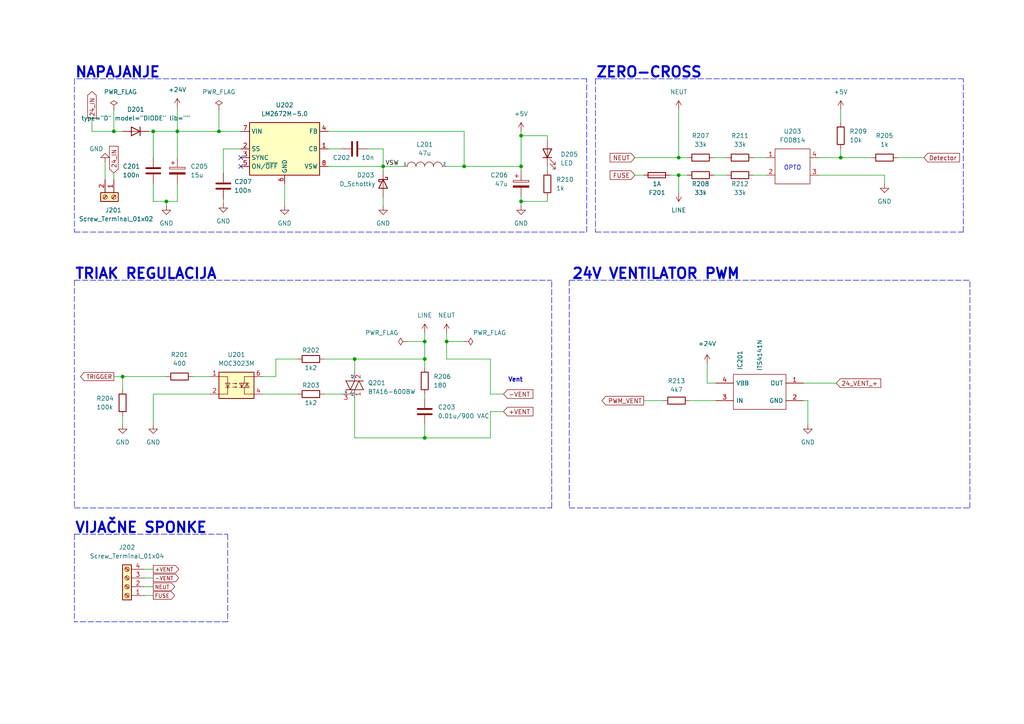
<source format=kicad_sch>
(kicad_sch (version 20211123) (generator eeschema)

  (uuid fa767e7e-3fe0-4e17-9af6-409f4d7c6bbb)

  (paper "A4")

  (title_block
    (title "RayCap Ventilacija")
    (date "2022-12-22")
    (rev "Ver 1")
    (company "Hidria")
  )

  (lib_symbols
    (symbol "Connector:Screw_Terminal_01x02" (pin_names (offset 1.016) hide) (in_bom yes) (on_board yes)
      (property "Reference" "J" (id 0) (at 0 2.54 0)
        (effects (font (size 1.27 1.27)))
      )
      (property "Value" "Screw_Terminal_01x02" (id 1) (at 0 -5.08 0)
        (effects (font (size 1.27 1.27)))
      )
      (property "Footprint" "" (id 2) (at 0 0 0)
        (effects (font (size 1.27 1.27)) hide)
      )
      (property "Datasheet" "~" (id 3) (at 0 0 0)
        (effects (font (size 1.27 1.27)) hide)
      )
      (property "ki_keywords" "screw terminal" (id 4) (at 0 0 0)
        (effects (font (size 1.27 1.27)) hide)
      )
      (property "ki_description" "Generic screw terminal, single row, 01x02, script generated (kicad-library-utils/schlib/autogen/connector/)" (id 5) (at 0 0 0)
        (effects (font (size 1.27 1.27)) hide)
      )
      (property "ki_fp_filters" "TerminalBlock*:*" (id 6) (at 0 0 0)
        (effects (font (size 1.27 1.27)) hide)
      )
      (symbol "Screw_Terminal_01x02_1_1"
        (rectangle (start -1.27 1.27) (end 1.27 -3.81)
          (stroke (width 0.254) (type default) (color 0 0 0 0))
          (fill (type background))
        )
        (circle (center 0 -2.54) (radius 0.635)
          (stroke (width 0.1524) (type default) (color 0 0 0 0))
          (fill (type none))
        )
        (polyline
          (pts
            (xy -0.5334 -2.2098)
            (xy 0.3302 -3.048)
          )
          (stroke (width 0.1524) (type default) (color 0 0 0 0))
          (fill (type none))
        )
        (polyline
          (pts
            (xy -0.5334 0.3302)
            (xy 0.3302 -0.508)
          )
          (stroke (width 0.1524) (type default) (color 0 0 0 0))
          (fill (type none))
        )
        (polyline
          (pts
            (xy -0.3556 -2.032)
            (xy 0.508 -2.8702)
          )
          (stroke (width 0.1524) (type default) (color 0 0 0 0))
          (fill (type none))
        )
        (polyline
          (pts
            (xy -0.3556 0.508)
            (xy 0.508 -0.3302)
          )
          (stroke (width 0.1524) (type default) (color 0 0 0 0))
          (fill (type none))
        )
        (circle (center 0 0) (radius 0.635)
          (stroke (width 0.1524) (type default) (color 0 0 0 0))
          (fill (type none))
        )
        (pin passive line (at -5.08 0 0) (length 3.81)
          (name "Pin_1" (effects (font (size 1.27 1.27))))
          (number "1" (effects (font (size 1.27 1.27))))
        )
        (pin passive line (at -5.08 -2.54 0) (length 3.81)
          (name "Pin_2" (effects (font (size 1.27 1.27))))
          (number "2" (effects (font (size 1.27 1.27))))
        )
      )
    )
    (symbol "Connector:Screw_Terminal_01x04" (pin_names (offset 1.016) hide) (in_bom yes) (on_board yes)
      (property "Reference" "J" (id 0) (at 0 5.08 0)
        (effects (font (size 1.27 1.27)))
      )
      (property "Value" "Screw_Terminal_01x04" (id 1) (at 0 -7.62 0)
        (effects (font (size 1.27 1.27)))
      )
      (property "Footprint" "" (id 2) (at 0 0 0)
        (effects (font (size 1.27 1.27)) hide)
      )
      (property "Datasheet" "~" (id 3) (at 0 0 0)
        (effects (font (size 1.27 1.27)) hide)
      )
      (property "ki_keywords" "screw terminal" (id 4) (at 0 0 0)
        (effects (font (size 1.27 1.27)) hide)
      )
      (property "ki_description" "Generic screw terminal, single row, 01x04, script generated (kicad-library-utils/schlib/autogen/connector/)" (id 5) (at 0 0 0)
        (effects (font (size 1.27 1.27)) hide)
      )
      (property "ki_fp_filters" "TerminalBlock*:*" (id 6) (at 0 0 0)
        (effects (font (size 1.27 1.27)) hide)
      )
      (symbol "Screw_Terminal_01x04_1_1"
        (rectangle (start -1.27 3.81) (end 1.27 -6.35)
          (stroke (width 0.254) (type default) (color 0 0 0 0))
          (fill (type background))
        )
        (circle (center 0 -5.08) (radius 0.635)
          (stroke (width 0.1524) (type default) (color 0 0 0 0))
          (fill (type none))
        )
        (circle (center 0 -2.54) (radius 0.635)
          (stroke (width 0.1524) (type default) (color 0 0 0 0))
          (fill (type none))
        )
        (polyline
          (pts
            (xy -0.5334 -4.7498)
            (xy 0.3302 -5.588)
          )
          (stroke (width 0.1524) (type default) (color 0 0 0 0))
          (fill (type none))
        )
        (polyline
          (pts
            (xy -0.5334 -2.2098)
            (xy 0.3302 -3.048)
          )
          (stroke (width 0.1524) (type default) (color 0 0 0 0))
          (fill (type none))
        )
        (polyline
          (pts
            (xy -0.5334 0.3302)
            (xy 0.3302 -0.508)
          )
          (stroke (width 0.1524) (type default) (color 0 0 0 0))
          (fill (type none))
        )
        (polyline
          (pts
            (xy -0.5334 2.8702)
            (xy 0.3302 2.032)
          )
          (stroke (width 0.1524) (type default) (color 0 0 0 0))
          (fill (type none))
        )
        (polyline
          (pts
            (xy -0.3556 -4.572)
            (xy 0.508 -5.4102)
          )
          (stroke (width 0.1524) (type default) (color 0 0 0 0))
          (fill (type none))
        )
        (polyline
          (pts
            (xy -0.3556 -2.032)
            (xy 0.508 -2.8702)
          )
          (stroke (width 0.1524) (type default) (color 0 0 0 0))
          (fill (type none))
        )
        (polyline
          (pts
            (xy -0.3556 0.508)
            (xy 0.508 -0.3302)
          )
          (stroke (width 0.1524) (type default) (color 0 0 0 0))
          (fill (type none))
        )
        (polyline
          (pts
            (xy -0.3556 3.048)
            (xy 0.508 2.2098)
          )
          (stroke (width 0.1524) (type default) (color 0 0 0 0))
          (fill (type none))
        )
        (circle (center 0 0) (radius 0.635)
          (stroke (width 0.1524) (type default) (color 0 0 0 0))
          (fill (type none))
        )
        (circle (center 0 2.54) (radius 0.635)
          (stroke (width 0.1524) (type default) (color 0 0 0 0))
          (fill (type none))
        )
        (pin passive line (at -5.08 2.54 0) (length 3.81)
          (name "Pin_1" (effects (font (size 1.27 1.27))))
          (number "1" (effects (font (size 1.27 1.27))))
        )
        (pin passive line (at -5.08 0 0) (length 3.81)
          (name "Pin_2" (effects (font (size 1.27 1.27))))
          (number "2" (effects (font (size 1.27 1.27))))
        )
        (pin passive line (at -5.08 -2.54 0) (length 3.81)
          (name "Pin_3" (effects (font (size 1.27 1.27))))
          (number "3" (effects (font (size 1.27 1.27))))
        )
        (pin passive line (at -5.08 -5.08 0) (length 3.81)
          (name "Pin_4" (effects (font (size 1.27 1.27))))
          (number "4" (effects (font (size 1.27 1.27))))
        )
      )
    )
    (symbol "Custom:FOD814" (in_bom yes) (on_board yes)
      (property "Reference" "U203" (id 0) (at -1.27 10.16 0)
        (effects (font (size 1.27 1.27)))
      )
      (property "Value" "FOD814" (id 1) (at -1.27 7.62 0)
        (effects (font (size 1.27 1.27)))
      )
      (property "Footprint" "KiCad:DIP762W60P254L460H440Q4N" (id 2) (at 0 -8.89 0)
        (effects (font (size 1.27 1.27)) hide)
      )
      (property "Datasheet" "" (id 3) (at 0 0 0)
        (effects (font (size 1.27 1.27)) hide)
      )
      (symbol "FOD814_0_1"
        (rectangle (start -6.35 5.08) (end 3.81 -5.08)
          (stroke (width 0) (type default) (color 0 0 0 0))
          (fill (type none))
        )
      )
      (symbol "FOD814_1_1"
        (pin input line (at -8.89 2.54 0) (length 2.54)
          (name "" (effects (font (size 1.27 1.27))))
          (number "1" (effects (font (size 1.27 1.27))))
        )
        (pin input line (at -8.89 -2.54 0) (length 2.54)
          (name "" (effects (font (size 1.27 1.27))))
          (number "2" (effects (font (size 1.27 1.27))))
        )
        (pin input line (at 6.35 -2.54 180) (length 2.54)
          (name "" (effects (font (size 1.27 1.27))))
          (number "3" (effects (font (size 1.27 1.27))))
        )
        (pin input line (at 6.35 2.54 180) (length 2.54)
          (name "" (effects (font (size 1.27 1.27))))
          (number "4" (effects (font (size 1.27 1.27))))
        )
      )
    )
    (symbol "Device:C" (pin_numbers hide) (pin_names (offset 0.254)) (in_bom yes) (on_board yes)
      (property "Reference" "C" (id 0) (at 0.635 2.54 0)
        (effects (font (size 1.27 1.27)) (justify left))
      )
      (property "Value" "C" (id 1) (at 0.635 -2.54 0)
        (effects (font (size 1.27 1.27)) (justify left))
      )
      (property "Footprint" "" (id 2) (at 0.9652 -3.81 0)
        (effects (font (size 1.27 1.27)) hide)
      )
      (property "Datasheet" "~" (id 3) (at 0 0 0)
        (effects (font (size 1.27 1.27)) hide)
      )
      (property "ki_keywords" "cap capacitor" (id 4) (at 0 0 0)
        (effects (font (size 1.27 1.27)) hide)
      )
      (property "ki_description" "Unpolarized capacitor" (id 5) (at 0 0 0)
        (effects (font (size 1.27 1.27)) hide)
      )
      (property "ki_fp_filters" "C_*" (id 6) (at 0 0 0)
        (effects (font (size 1.27 1.27)) hide)
      )
      (symbol "C_0_1"
        (polyline
          (pts
            (xy -2.032 -0.762)
            (xy 2.032 -0.762)
          )
          (stroke (width 0.508) (type default) (color 0 0 0 0))
          (fill (type none))
        )
        (polyline
          (pts
            (xy -2.032 0.762)
            (xy 2.032 0.762)
          )
          (stroke (width 0.508) (type default) (color 0 0 0 0))
          (fill (type none))
        )
      )
      (symbol "C_1_1"
        (pin passive line (at 0 3.81 270) (length 2.794)
          (name "~" (effects (font (size 1.27 1.27))))
          (number "1" (effects (font (size 1.27 1.27))))
        )
        (pin passive line (at 0 -3.81 90) (length 2.794)
          (name "~" (effects (font (size 1.27 1.27))))
          (number "2" (effects (font (size 1.27 1.27))))
        )
      )
    )
    (symbol "Device:C_Polarized" (pin_numbers hide) (pin_names (offset 0.254)) (in_bom yes) (on_board yes)
      (property "Reference" "C" (id 0) (at 0.635 2.54 0)
        (effects (font (size 1.27 1.27)) (justify left))
      )
      (property "Value" "C_Polarized" (id 1) (at 0.635 -2.54 0)
        (effects (font (size 1.27 1.27)) (justify left))
      )
      (property "Footprint" "" (id 2) (at 0.9652 -3.81 0)
        (effects (font (size 1.27 1.27)) hide)
      )
      (property "Datasheet" "~" (id 3) (at 0 0 0)
        (effects (font (size 1.27 1.27)) hide)
      )
      (property "ki_keywords" "cap capacitor" (id 4) (at 0 0 0)
        (effects (font (size 1.27 1.27)) hide)
      )
      (property "ki_description" "Polarized capacitor" (id 5) (at 0 0 0)
        (effects (font (size 1.27 1.27)) hide)
      )
      (property "ki_fp_filters" "CP_*" (id 6) (at 0 0 0)
        (effects (font (size 1.27 1.27)) hide)
      )
      (symbol "C_Polarized_0_1"
        (rectangle (start -2.286 0.508) (end 2.286 1.016)
          (stroke (width 0) (type default) (color 0 0 0 0))
          (fill (type none))
        )
        (polyline
          (pts
            (xy -1.778 2.286)
            (xy -0.762 2.286)
          )
          (stroke (width 0) (type default) (color 0 0 0 0))
          (fill (type none))
        )
        (polyline
          (pts
            (xy -1.27 2.794)
            (xy -1.27 1.778)
          )
          (stroke (width 0) (type default) (color 0 0 0 0))
          (fill (type none))
        )
        (rectangle (start 2.286 -0.508) (end -2.286 -1.016)
          (stroke (width 0) (type default) (color 0 0 0 0))
          (fill (type outline))
        )
      )
      (symbol "C_Polarized_1_1"
        (pin passive line (at 0 3.81 270) (length 2.794)
          (name "~" (effects (font (size 1.27 1.27))))
          (number "1" (effects (font (size 1.27 1.27))))
        )
        (pin passive line (at 0 -3.81 90) (length 2.794)
          (name "~" (effects (font (size 1.27 1.27))))
          (number "2" (effects (font (size 1.27 1.27))))
        )
      )
    )
    (symbol "Device:D_Schottky" (pin_numbers hide) (pin_names (offset 1.016) hide) (in_bom yes) (on_board yes)
      (property "Reference" "D" (id 0) (at 0 2.54 0)
        (effects (font (size 1.27 1.27)))
      )
      (property "Value" "D_Schottky" (id 1) (at 0 -2.54 0)
        (effects (font (size 1.27 1.27)))
      )
      (property "Footprint" "" (id 2) (at 0 0 0)
        (effects (font (size 1.27 1.27)) hide)
      )
      (property "Datasheet" "~" (id 3) (at 0 0 0)
        (effects (font (size 1.27 1.27)) hide)
      )
      (property "ki_keywords" "diode Schottky" (id 4) (at 0 0 0)
        (effects (font (size 1.27 1.27)) hide)
      )
      (property "ki_description" "Schottky diode" (id 5) (at 0 0 0)
        (effects (font (size 1.27 1.27)) hide)
      )
      (property "ki_fp_filters" "TO-???* *_Diode_* *SingleDiode* D_*" (id 6) (at 0 0 0)
        (effects (font (size 1.27 1.27)) hide)
      )
      (symbol "D_Schottky_0_1"
        (polyline
          (pts
            (xy 1.27 0)
            (xy -1.27 0)
          )
          (stroke (width 0) (type default) (color 0 0 0 0))
          (fill (type none))
        )
        (polyline
          (pts
            (xy 1.27 1.27)
            (xy 1.27 -1.27)
            (xy -1.27 0)
            (xy 1.27 1.27)
          )
          (stroke (width 0.254) (type default) (color 0 0 0 0))
          (fill (type none))
        )
        (polyline
          (pts
            (xy -1.905 0.635)
            (xy -1.905 1.27)
            (xy -1.27 1.27)
            (xy -1.27 -1.27)
            (xy -0.635 -1.27)
            (xy -0.635 -0.635)
          )
          (stroke (width 0.254) (type default) (color 0 0 0 0))
          (fill (type none))
        )
      )
      (symbol "D_Schottky_1_1"
        (pin passive line (at -3.81 0 0) (length 2.54)
          (name "K" (effects (font (size 1.27 1.27))))
          (number "1" (effects (font (size 1.27 1.27))))
        )
        (pin passive line (at 3.81 0 180) (length 2.54)
          (name "A" (effects (font (size 1.27 1.27))))
          (number "2" (effects (font (size 1.27 1.27))))
        )
      )
    )
    (symbol "Device:Fuse" (pin_numbers hide) (pin_names (offset 0)) (in_bom yes) (on_board yes)
      (property "Reference" "F" (id 0) (at 2.032 0 90)
        (effects (font (size 1.27 1.27)))
      )
      (property "Value" "Fuse" (id 1) (at -1.905 0 90)
        (effects (font (size 1.27 1.27)))
      )
      (property "Footprint" "" (id 2) (at -1.778 0 90)
        (effects (font (size 1.27 1.27)) hide)
      )
      (property "Datasheet" "~" (id 3) (at 0 0 0)
        (effects (font (size 1.27 1.27)) hide)
      )
      (property "ki_keywords" "fuse" (id 4) (at 0 0 0)
        (effects (font (size 1.27 1.27)) hide)
      )
      (property "ki_description" "Fuse" (id 5) (at 0 0 0)
        (effects (font (size 1.27 1.27)) hide)
      )
      (property "ki_fp_filters" "*Fuse*" (id 6) (at 0 0 0)
        (effects (font (size 1.27 1.27)) hide)
      )
      (symbol "Fuse_0_1"
        (rectangle (start -0.762 -2.54) (end 0.762 2.54)
          (stroke (width 0.254) (type default) (color 0 0 0 0))
          (fill (type none))
        )
        (polyline
          (pts
            (xy 0 2.54)
            (xy 0 -2.54)
          )
          (stroke (width 0) (type default) (color 0 0 0 0))
          (fill (type none))
        )
      )
      (symbol "Fuse_1_1"
        (pin passive line (at 0 3.81 270) (length 1.27)
          (name "~" (effects (font (size 1.27 1.27))))
          (number "1" (effects (font (size 1.27 1.27))))
        )
        (pin passive line (at 0 -3.81 90) (length 1.27)
          (name "~" (effects (font (size 1.27 1.27))))
          (number "2" (effects (font (size 1.27 1.27))))
        )
      )
    )
    (symbol "Device:LED" (pin_numbers hide) (pin_names (offset 1.016) hide) (in_bom yes) (on_board yes)
      (property "Reference" "D" (id 0) (at 0 2.54 0)
        (effects (font (size 1.27 1.27)))
      )
      (property "Value" "LED" (id 1) (at 0 -2.54 0)
        (effects (font (size 1.27 1.27)))
      )
      (property "Footprint" "" (id 2) (at 0 0 0)
        (effects (font (size 1.27 1.27)) hide)
      )
      (property "Datasheet" "~" (id 3) (at 0 0 0)
        (effects (font (size 1.27 1.27)) hide)
      )
      (property "ki_keywords" "LED diode" (id 4) (at 0 0 0)
        (effects (font (size 1.27 1.27)) hide)
      )
      (property "ki_description" "Light emitting diode" (id 5) (at 0 0 0)
        (effects (font (size 1.27 1.27)) hide)
      )
      (property "ki_fp_filters" "LED* LED_SMD:* LED_THT:*" (id 6) (at 0 0 0)
        (effects (font (size 1.27 1.27)) hide)
      )
      (symbol "LED_0_1"
        (polyline
          (pts
            (xy -1.27 -1.27)
            (xy -1.27 1.27)
          )
          (stroke (width 0.254) (type default) (color 0 0 0 0))
          (fill (type none))
        )
        (polyline
          (pts
            (xy -1.27 0)
            (xy 1.27 0)
          )
          (stroke (width 0) (type default) (color 0 0 0 0))
          (fill (type none))
        )
        (polyline
          (pts
            (xy 1.27 -1.27)
            (xy 1.27 1.27)
            (xy -1.27 0)
            (xy 1.27 -1.27)
          )
          (stroke (width 0.254) (type default) (color 0 0 0 0))
          (fill (type none))
        )
        (polyline
          (pts
            (xy -3.048 -0.762)
            (xy -4.572 -2.286)
            (xy -3.81 -2.286)
            (xy -4.572 -2.286)
            (xy -4.572 -1.524)
          )
          (stroke (width 0) (type default) (color 0 0 0 0))
          (fill (type none))
        )
        (polyline
          (pts
            (xy -1.778 -0.762)
            (xy -3.302 -2.286)
            (xy -2.54 -2.286)
            (xy -3.302 -2.286)
            (xy -3.302 -1.524)
          )
          (stroke (width 0) (type default) (color 0 0 0 0))
          (fill (type none))
        )
      )
      (symbol "LED_1_1"
        (pin passive line (at -3.81 0 0) (length 2.54)
          (name "K" (effects (font (size 1.27 1.27))))
          (number "1" (effects (font (size 1.27 1.27))))
        )
        (pin passive line (at 3.81 0 180) (length 2.54)
          (name "A" (effects (font (size 1.27 1.27))))
          (number "2" (effects (font (size 1.27 1.27))))
        )
      )
    )
    (symbol "Device:R" (pin_numbers hide) (pin_names (offset 0)) (in_bom yes) (on_board yes)
      (property "Reference" "R" (id 0) (at 2.032 0 90)
        (effects (font (size 1.27 1.27)))
      )
      (property "Value" "R" (id 1) (at 0 0 90)
        (effects (font (size 1.27 1.27)))
      )
      (property "Footprint" "" (id 2) (at -1.778 0 90)
        (effects (font (size 1.27 1.27)) hide)
      )
      (property "Datasheet" "~" (id 3) (at 0 0 0)
        (effects (font (size 1.27 1.27)) hide)
      )
      (property "ki_keywords" "R res resistor" (id 4) (at 0 0 0)
        (effects (font (size 1.27 1.27)) hide)
      )
      (property "ki_description" "Resistor" (id 5) (at 0 0 0)
        (effects (font (size 1.27 1.27)) hide)
      )
      (property "ki_fp_filters" "R_*" (id 6) (at 0 0 0)
        (effects (font (size 1.27 1.27)) hide)
      )
      (symbol "R_0_1"
        (rectangle (start -1.016 -2.54) (end 1.016 2.54)
          (stroke (width 0.254) (type default) (color 0 0 0 0))
          (fill (type none))
        )
      )
      (symbol "R_1_1"
        (pin passive line (at 0 3.81 270) (length 1.27)
          (name "~" (effects (font (size 1.27 1.27))))
          (number "1" (effects (font (size 1.27 1.27))))
        )
        (pin passive line (at 0 -3.81 90) (length 1.27)
          (name "~" (effects (font (size 1.27 1.27))))
          (number "2" (effects (font (size 1.27 1.27))))
        )
      )
    )
    (symbol "ITS4141N:ITS4141N" (pin_names (offset 0.762)) (in_bom yes) (on_board yes)
      (property "Reference" "IC?" (id 0) (at 6.985 9.525 90)
        (effects (font (size 1.27 1.27)) (justify right))
      )
      (property "Value" "ITS4141N" (id 1) (at 12.7 12.7 90)
        (effects (font (size 1.27 1.27)) (justify right))
      )
      (property "Footprint" "ITS4141N:SOT230P700X170-4N" (id 2) (at 21.59 2.54 0)
        (effects (font (size 1.27 1.27)) (justify left) hide)
      )
      (property "Datasheet" "https://componentsearchengine.com/Datasheets/1/ITS4141N.pdf" (id 3) (at 21.59 0 0)
        (effects (font (size 1.27 1.27)) (justify left) hide)
      )
      (property "Description" "Power Switch ICs - Power Distribution SMART HI SIDE PWR SWITCH INDUSTRY APP" (id 4) (at 21.59 -2.54 0)
        (effects (font (size 1.27 1.27)) (justify left) hide)
      )
      (property "Height" "1.7" (id 5) (at 21.59 -5.08 0)
        (effects (font (size 1.27 1.27)) (justify left) hide)
      )
      (property "Manufacturer_Name" "Infineon" (id 6) (at 21.59 -7.62 0)
        (effects (font (size 1.27 1.27)) (justify left) hide)
      )
      (property "Manufacturer_Part_Number" "ITS4141N" (id 7) (at 21.59 -10.16 0)
        (effects (font (size 1.27 1.27)) (justify left) hide)
      )
      (property "Mouser Part Number" "726-ITS4141N" (id 8) (at 21.59 -12.7 0)
        (effects (font (size 1.27 1.27)) (justify left) hide)
      )
      (property "Mouser Price/Stock" "https://www.mouser.co.uk/ProductDetail/Infineon-Technologies/ITS4141N?qs=xJhywenBp6YLc1hZPlz0OQ%3D%3D" (id 9) (at 21.59 -15.24 0)
        (effects (font (size 1.27 1.27)) (justify left) hide)
      )
      (property "Arrow Part Number" "" (id 10) (at 21.59 -17.78 0)
        (effects (font (size 1.27 1.27)) (justify left) hide)
      )
      (property "Arrow Price/Stock" "" (id 11) (at 21.59 -20.32 0)
        (effects (font (size 1.27 1.27)) (justify left) hide)
      )
      (property "Mouser Testing Part Number" "" (id 12) (at 21.59 -22.86 0)
        (effects (font (size 1.27 1.27)) (justify left) hide)
      )
      (property "Mouser Testing Price/Stock" "" (id 13) (at 21.59 -25.4 0)
        (effects (font (size 1.27 1.27)) (justify left) hide)
      )
      (property "ki_description" "Power Switch ICs - Power Distribution SMART HI SIDE PWR SWITCH INDUSTRY APP" (id 14) (at 0 0 0)
        (effects (font (size 1.27 1.27)) hide)
      )
      (symbol "ITS4141N_0_0"
        (pin output line (at 25.4 0 180) (length 5.08)
          (name "OUT" (effects (font (size 1.27 1.27))))
          (number "1" (effects (font (size 1.27 1.27))))
        )
        (pin power_in line (at 25.4 -5.08 180) (length 5.08)
          (name "GND" (effects (font (size 1.27 1.27))))
          (number "2" (effects (font (size 1.27 1.27))))
        )
        (pin input line (at 0 -5.08 0) (length 5.08)
          (name "IN" (effects (font (size 1.27 1.27))))
          (number "3" (effects (font (size 1.27 1.27))))
        )
        (pin power_in line (at 0 0 0) (length 5.08)
          (name "VBB" (effects (font (size 1.27 1.27))))
          (number "4" (effects (font (size 1.27 1.27))))
        )
      )
      (symbol "ITS4141N_0_1"
        (polyline
          (pts
            (xy 5.08 2.54)
            (xy 20.32 2.54)
            (xy 20.32 -7.62)
            (xy 5.08 -7.62)
            (xy 5.08 2.54)
          )
          (stroke (width 0.1524) (type default) (color 0 0 0 0))
          (fill (type none))
        )
      )
    )
    (symbol "Regulator_Switching:LM2672M-5.0" (in_bom yes) (on_board yes)
      (property "Reference" "U" (id 0) (at -10.16 8.89 0)
        (effects (font (size 1.27 1.27)) (justify left))
      )
      (property "Value" "LM2672M-5.0" (id 1) (at 0 8.89 0)
        (effects (font (size 1.27 1.27)) (justify left))
      )
      (property "Footprint" "Package_SO:SOIC-8_3.9x4.9mm_P1.27mm" (id 2) (at 1.27 -8.89 0)
        (effects (font (size 1.27 1.27) italic) (justify left) hide)
      )
      (property "Datasheet" "http://www.ti.com/lit/ds/symlink/lm2672.pdf" (id 3) (at 0 0 0)
        (effects (font (size 1.27 1.27)) hide)
      )
      (property "ki_keywords" "Step-Down Voltage Regulator 5V 1A" (id 4) (at 0 0 0)
        (effects (font (size 1.27 1.27)) hide)
      )
      (property "ki_description" "5V, 1A Step-Down Voltage Regulator, SO-8" (id 5) (at 0 0 0)
        (effects (font (size 1.27 1.27)) hide)
      )
      (property "ki_fp_filters" "SOIC*3.9x4.9mm*P1.27mm*" (id 6) (at 0 0 0)
        (effects (font (size 1.27 1.27)) hide)
      )
      (symbol "LM2672M-5.0_0_1"
        (rectangle (start -10.16 7.62) (end 10.16 -7.62)
          (stroke (width 0.254) (type default) (color 0 0 0 0))
          (fill (type background))
        )
      )
      (symbol "LM2672M-5.0_1_1"
        (pin input line (at 12.7 0 180) (length 2.54)
          (name "CB" (effects (font (size 1.27 1.27))))
          (number "1" (effects (font (size 1.27 1.27))))
        )
        (pin input line (at -12.7 0 0) (length 2.54)
          (name "SS" (effects (font (size 1.27 1.27))))
          (number "2" (effects (font (size 1.27 1.27))))
        )
        (pin input line (at -12.7 -2.54 0) (length 2.54)
          (name "SYNC" (effects (font (size 1.27 1.27))))
          (number "3" (effects (font (size 1.27 1.27))))
        )
        (pin input line (at 12.7 5.08 180) (length 2.54)
          (name "FB" (effects (font (size 1.27 1.27))))
          (number "4" (effects (font (size 1.27 1.27))))
        )
        (pin input line (at -12.7 -5.08 0) (length 2.54)
          (name "ON/~{OFF}" (effects (font (size 1.27 1.27))))
          (number "5" (effects (font (size 1.27 1.27))))
        )
        (pin power_in line (at 0 -10.16 90) (length 2.54)
          (name "GND" (effects (font (size 1.27 1.27))))
          (number "6" (effects (font (size 1.27 1.27))))
        )
        (pin power_in line (at -12.7 5.08 0) (length 2.54)
          (name "VIN" (effects (font (size 1.27 1.27))))
          (number "7" (effects (font (size 1.27 1.27))))
        )
        (pin output line (at 12.7 -5.08 180) (length 2.54)
          (name "VSW" (effects (font (size 1.27 1.27))))
          (number "8" (effects (font (size 1.27 1.27))))
        )
      )
    )
    (symbol "Relay_SolidState:MOC3023M" (in_bom yes) (on_board yes)
      (property "Reference" "U" (id 0) (at -5.334 4.826 0)
        (effects (font (size 1.27 1.27)) (justify left))
      )
      (property "Value" "MOC3023M" (id 1) (at 0 5.08 0)
        (effects (font (size 1.27 1.27)) (justify left))
      )
      (property "Footprint" "" (id 2) (at -5.08 -5.08 0)
        (effects (font (size 1.27 1.27) italic) (justify left) hide)
      )
      (property "Datasheet" "https://www.onsemi.com/pub/Collateral/MOC3023M-D.PDF" (id 3) (at 0 0 0)
        (effects (font (size 1.27 1.27)) (justify left) hide)
      )
      (property "ki_keywords" "Opto-Triac Opto Triac Random Phase" (id 4) (at 0 0 0)
        (effects (font (size 1.27 1.27)) hide)
      )
      (property "ki_description" "Random Phase Opto-Triac, Vdrm 400V, Ift 5mA, DIP6" (id 5) (at 0 0 0)
        (effects (font (size 1.27 1.27)) hide)
      )
      (property "ki_fp_filters" "DIP*W7.62mm* SMDIP*W9.53mm* DIP*W10.16mm*" (id 6) (at 0 0 0)
        (effects (font (size 1.27 1.27)) hide)
      )
      (symbol "MOC3023M_0_1"
        (rectangle (start -5.08 3.81) (end 5.08 -3.81)
          (stroke (width 0.254) (type default) (color 0 0 0 0))
          (fill (type background))
        )
        (polyline
          (pts
            (xy -3.175 -0.635)
            (xy -1.905 -0.635)
          )
          (stroke (width 0) (type default) (color 0 0 0 0))
          (fill (type none))
        )
        (polyline
          (pts
            (xy 1.524 -0.635)
            (xy 1.524 0.635)
          )
          (stroke (width 0) (type default) (color 0 0 0 0))
          (fill (type none))
        )
        (polyline
          (pts
            (xy 3.048 0.635)
            (xy 3.048 -0.635)
          )
          (stroke (width 0) (type default) (color 0 0 0 0))
          (fill (type none))
        )
        (polyline
          (pts
            (xy 2.286 -0.635)
            (xy 2.286 -2.54)
            (xy 5.08 -2.54)
          )
          (stroke (width 0) (type default) (color 0 0 0 0))
          (fill (type none))
        )
        (polyline
          (pts
            (xy 2.286 0.635)
            (xy 2.286 2.54)
            (xy 5.08 2.54)
          )
          (stroke (width 0) (type default) (color 0 0 0 0))
          (fill (type none))
        )
        (polyline
          (pts
            (xy -5.08 2.54)
            (xy -2.54 2.54)
            (xy -2.54 -2.54)
            (xy -5.08 -2.54)
          )
          (stroke (width 0) (type default) (color 0 0 0 0))
          (fill (type none))
        )
        (polyline
          (pts
            (xy -2.54 -0.635)
            (xy -3.175 0.635)
            (xy -1.905 0.635)
            (xy -2.54 -0.635)
          )
          (stroke (width 0) (type default) (color 0 0 0 0))
          (fill (type none))
        )
        (polyline
          (pts
            (xy 0.889 -0.635)
            (xy 3.683 -0.635)
            (xy 3.048 0.635)
            (xy 2.413 -0.635)
          )
          (stroke (width 0) (type default) (color 0 0 0 0))
          (fill (type none))
        )
        (polyline
          (pts
            (xy 3.683 0.635)
            (xy 0.889 0.635)
            (xy 1.524 -0.635)
            (xy 2.159 0.635)
          )
          (stroke (width 0) (type default) (color 0 0 0 0))
          (fill (type none))
        )
        (polyline
          (pts
            (xy -1.143 -0.508)
            (xy 0.127 -0.508)
            (xy -0.254 -0.635)
            (xy -0.254 -0.381)
            (xy 0.127 -0.508)
          )
          (stroke (width 0) (type default) (color 0 0 0 0))
          (fill (type none))
        )
        (polyline
          (pts
            (xy -1.143 0.508)
            (xy 0.127 0.508)
            (xy -0.254 0.381)
            (xy -0.254 0.635)
            (xy 0.127 0.508)
          )
          (stroke (width 0) (type default) (color 0 0 0 0))
          (fill (type none))
        )
      )
      (symbol "MOC3023M_1_1"
        (pin passive line (at -7.62 2.54 0) (length 2.54)
          (name "~" (effects (font (size 1.27 1.27))))
          (number "1" (effects (font (size 1.27 1.27))))
        )
        (pin passive line (at -7.62 -2.54 0) (length 2.54)
          (name "~" (effects (font (size 1.27 1.27))))
          (number "2" (effects (font (size 1.27 1.27))))
        )
        (pin no_connect line (at -5.08 0 0) (length 2.54) hide
          (name "NC" (effects (font (size 1.27 1.27))))
          (number "3" (effects (font (size 1.27 1.27))))
        )
        (pin passive line (at 7.62 -2.54 180) (length 2.54)
          (name "~" (effects (font (size 1.27 1.27))))
          (number "4" (effects (font (size 1.27 1.27))))
        )
        (pin no_connect line (at 5.08 0 180) (length 2.54) hide
          (name "NC" (effects (font (size 1.27 1.27))))
          (number "5" (effects (font (size 1.27 1.27))))
        )
        (pin passive line (at 7.62 2.54 180) (length 2.54)
          (name "~" (effects (font (size 1.27 1.27))))
          (number "6" (effects (font (size 1.27 1.27))))
        )
      )
    )
    (symbol "Simulation_SPICE:DIODE" (pin_numbers hide) (pin_names (offset 1.016) hide) (in_bom yes) (on_board yes)
      (property "Reference" "D201" (id 0) (at 0 6.35 0)
        (effects (font (size 1.27 1.27)))
      )
      (property "Value" "DIODE" (id 1) (at 0 3.81 0)
        (effects (font (size 1.27 1.27)))
      )
      (property "Footprint" "Diode_SMD:D_SMB" (id 2) (at -1.27 -5.08 0)
        (effects (font (size 1.27 1.27)) hide)
      )
      (property "Datasheet" "~" (id 3) (at 0 0 0)
        (effects (font (size 1.27 1.27)) hide)
      )
      (property "Spice_Netlist_Enabled" "Y" (id 4) (at 0 0 0)
        (effects (font (size 1.27 1.27)) (justify left) hide)
      )
      (property "Spice_Primitive" "D" (id 5) (at 0 0 0)
        (effects (font (size 1.27 1.27)) (justify left) hide)
      )
      (property "ki_keywords" "simulation" (id 6) (at 0 0 0)
        (effects (font (size 1.27 1.27)) hide)
      )
      (property "ki_description" "Diode, anode on pin 1, for simulation only!" (id 7) (at 0 0 0)
        (effects (font (size 1.27 1.27)) hide)
      )
      (symbol "DIODE_0_1"
        (polyline
          (pts
            (xy 1.27 0)
            (xy -1.27 0)
          )
          (stroke (width 0) (type default) (color 0 0 0 0))
          (fill (type none))
        )
        (polyline
          (pts
            (xy 1.27 1.27)
            (xy 1.27 -1.27)
          )
          (stroke (width 0.254) (type default) (color 0 0 0 0))
          (fill (type none))
        )
        (polyline
          (pts
            (xy -1.27 -1.27)
            (xy -1.27 1.27)
            (xy 1.27 0)
            (xy -1.27 -1.27)
          )
          (stroke (width 0.254) (type default) (color 0 0 0 0))
          (fill (type none))
        )
      )
      (symbol "DIODE_1_1"
        (pin passive line (at 3.81 0 180) (length 2.54)
          (name "A" (effects (font (size 1.27 1.27))))
          (number "1" (effects (font (size 1.27 1.27))))
        )
        (pin passive line (at -3.81 0 0) (length 2.54)
          (name "K" (effects (font (size 1.27 1.27))))
          (number "2" (effects (font (size 1.27 1.27))))
        )
      )
    )
    (symbol "Triac_Thyristor:BTA16-600BW" (pin_names (offset 0)) (in_bom yes) (on_board yes)
      (property "Reference" "Q" (id 0) (at 5.08 1.905 0)
        (effects (font (size 1.27 1.27)) (justify left))
      )
      (property "Value" "BTA16-600BW" (id 1) (at 5.08 0 0)
        (effects (font (size 1.27 1.27)) (justify left))
      )
      (property "Footprint" "Package_TO_SOT_THT:TO-220-3_Vertical" (id 2) (at 5.08 -1.905 0)
        (effects (font (size 1.27 1.27) italic) (justify left) hide)
      )
      (property "Datasheet" "https://www.st.com/resource/en/datasheet/bta16.pdf" (id 3) (at 0 0 0)
        (effects (font (size 1.27 1.27)) (justify left) hide)
      )
      (property "ki_keywords" "Triac" (id 4) (at 0 0 0)
        (effects (font (size 1.27 1.27)) hide)
      )
      (property "ki_description" "16A RMS, 600V Off-State Voltage, 50mA Sensitivity, Snubberless, Insulated, Triac, TO-220" (id 5) (at 0 0 0)
        (effects (font (size 1.27 1.27)) hide)
      )
      (property "ki_fp_filters" "TO?220*" (id 6) (at 0 0 0)
        (effects (font (size 1.27 1.27)) hide)
      )
      (symbol "BTA16-600BW_0_1"
        (polyline
          (pts
            (xy -2.54 -1.27)
            (xy 2.54 -1.27)
          )
          (stroke (width 0.2032) (type default) (color 0 0 0 0))
          (fill (type none))
        )
        (polyline
          (pts
            (xy -2.54 1.27)
            (xy 2.54 1.27)
          )
          (stroke (width 0.2032) (type default) (color 0 0 0 0))
          (fill (type none))
        )
        (polyline
          (pts
            (xy -1.27 -2.54)
            (xy -0.635 -1.27)
          )
          (stroke (width 0) (type default) (color 0 0 0 0))
          (fill (type none))
        )
        (polyline
          (pts
            (xy -2.54 1.27)
            (xy -1.27 -1.27)
            (xy 0 1.27)
          )
          (stroke (width 0.2032) (type default) (color 0 0 0 0))
          (fill (type none))
        )
        (polyline
          (pts
            (xy 0 -1.27)
            (xy 1.27 1.27)
            (xy 2.54 -1.27)
          )
          (stroke (width 0.2032) (type default) (color 0 0 0 0))
          (fill (type none))
        )
      )
      (symbol "BTA16-600BW_1_1"
        (pin passive line (at 0 -3.81 90) (length 2.54)
          (name "A1" (effects (font (size 0.635 0.635))))
          (number "1" (effects (font (size 1.27 1.27))))
        )
        (pin passive line (at 0 3.81 270) (length 2.54)
          (name "A2" (effects (font (size 0.635 0.635))))
          (number "2" (effects (font (size 1.27 1.27))))
        )
        (pin input line (at -3.81 -2.54 0) (length 2.54)
          (name "G" (effects (font (size 0.635 0.635))))
          (number "3" (effects (font (size 1.27 1.27))))
        )
      )
    )
    (symbol "power:+24V" (power) (pin_names (offset 0)) (in_bom yes) (on_board yes)
      (property "Reference" "#PWR" (id 0) (at 0 -3.81 0)
        (effects (font (size 1.27 1.27)) hide)
      )
      (property "Value" "+24V" (id 1) (at 0 3.556 0)
        (effects (font (size 1.27 1.27)))
      )
      (property "Footprint" "" (id 2) (at 0 0 0)
        (effects (font (size 1.27 1.27)) hide)
      )
      (property "Datasheet" "" (id 3) (at 0 0 0)
        (effects (font (size 1.27 1.27)) hide)
      )
      (property "ki_keywords" "power-flag" (id 4) (at 0 0 0)
        (effects (font (size 1.27 1.27)) hide)
      )
      (property "ki_description" "Power symbol creates a global label with name \"+24V\"" (id 5) (at 0 0 0)
        (effects (font (size 1.27 1.27)) hide)
      )
      (symbol "+24V_0_1"
        (polyline
          (pts
            (xy -0.762 1.27)
            (xy 0 2.54)
          )
          (stroke (width 0) (type default) (color 0 0 0 0))
          (fill (type none))
        )
        (polyline
          (pts
            (xy 0 0)
            (xy 0 2.54)
          )
          (stroke (width 0) (type default) (color 0 0 0 0))
          (fill (type none))
        )
        (polyline
          (pts
            (xy 0 2.54)
            (xy 0.762 1.27)
          )
          (stroke (width 0) (type default) (color 0 0 0 0))
          (fill (type none))
        )
      )
      (symbol "+24V_1_1"
        (pin power_in line (at 0 0 90) (length 0) hide
          (name "+24V" (effects (font (size 1.27 1.27))))
          (number "1" (effects (font (size 1.27 1.27))))
        )
      )
    )
    (symbol "power:+5V" (power) (pin_names (offset 0)) (in_bom yes) (on_board yes)
      (property "Reference" "#PWR" (id 0) (at 0 -3.81 0)
        (effects (font (size 1.27 1.27)) hide)
      )
      (property "Value" "+5V" (id 1) (at 0 3.556 0)
        (effects (font (size 1.27 1.27)))
      )
      (property "Footprint" "" (id 2) (at 0 0 0)
        (effects (font (size 1.27 1.27)) hide)
      )
      (property "Datasheet" "" (id 3) (at 0 0 0)
        (effects (font (size 1.27 1.27)) hide)
      )
      (property "ki_keywords" "power-flag" (id 4) (at 0 0 0)
        (effects (font (size 1.27 1.27)) hide)
      )
      (property "ki_description" "Power symbol creates a global label with name \"+5V\"" (id 5) (at 0 0 0)
        (effects (font (size 1.27 1.27)) hide)
      )
      (symbol "+5V_0_1"
        (polyline
          (pts
            (xy -0.762 1.27)
            (xy 0 2.54)
          )
          (stroke (width 0) (type default) (color 0 0 0 0))
          (fill (type none))
        )
        (polyline
          (pts
            (xy 0 0)
            (xy 0 2.54)
          )
          (stroke (width 0) (type default) (color 0 0 0 0))
          (fill (type none))
        )
        (polyline
          (pts
            (xy 0 2.54)
            (xy 0.762 1.27)
          )
          (stroke (width 0) (type default) (color 0 0 0 0))
          (fill (type none))
        )
      )
      (symbol "+5V_1_1"
        (pin power_in line (at 0 0 90) (length 0) hide
          (name "+5V" (effects (font (size 1.27 1.27))))
          (number "1" (effects (font (size 1.27 1.27))))
        )
      )
    )
    (symbol "power:GND" (power) (pin_names (offset 0)) (in_bom yes) (on_board yes)
      (property "Reference" "#PWR" (id 0) (at 0 -6.35 0)
        (effects (font (size 1.27 1.27)) hide)
      )
      (property "Value" "GND" (id 1) (at 0 -3.81 0)
        (effects (font (size 1.27 1.27)))
      )
      (property "Footprint" "" (id 2) (at 0 0 0)
        (effects (font (size 1.27 1.27)) hide)
      )
      (property "Datasheet" "" (id 3) (at 0 0 0)
        (effects (font (size 1.27 1.27)) hide)
      )
      (property "ki_keywords" "power-flag" (id 4) (at 0 0 0)
        (effects (font (size 1.27 1.27)) hide)
      )
      (property "ki_description" "Power symbol creates a global label with name \"GND\" , ground" (id 5) (at 0 0 0)
        (effects (font (size 1.27 1.27)) hide)
      )
      (symbol "GND_0_1"
        (polyline
          (pts
            (xy 0 0)
            (xy 0 -1.27)
            (xy 1.27 -1.27)
            (xy 0 -2.54)
            (xy -1.27 -1.27)
            (xy 0 -1.27)
          )
          (stroke (width 0) (type default) (color 0 0 0 0))
          (fill (type none))
        )
      )
      (symbol "GND_1_1"
        (pin power_in line (at 0 0 270) (length 0) hide
          (name "GND" (effects (font (size 1.27 1.27))))
          (number "1" (effects (font (size 1.27 1.27))))
        )
      )
    )
    (symbol "power:LINE" (power) (pin_names (offset 0)) (in_bom yes) (on_board yes)
      (property "Reference" "#PWR" (id 0) (at 0 -3.81 0)
        (effects (font (size 1.27 1.27)) hide)
      )
      (property "Value" "LINE" (id 1) (at 0 3.81 0)
        (effects (font (size 1.27 1.27)))
      )
      (property "Footprint" "" (id 2) (at 0 0 0)
        (effects (font (size 1.27 1.27)) hide)
      )
      (property "Datasheet" "" (id 3) (at 0 0 0)
        (effects (font (size 1.27 1.27)) hide)
      )
      (property "ki_keywords" "power-flag" (id 4) (at 0 0 0)
        (effects (font (size 1.27 1.27)) hide)
      )
      (property "ki_description" "Power symbol creates a global label with name \"LINE\"" (id 5) (at 0 0 0)
        (effects (font (size 1.27 1.27)) hide)
      )
      (symbol "LINE_0_1"
        (polyline
          (pts
            (xy -0.762 1.27)
            (xy 0 2.54)
          )
          (stroke (width 0) (type default) (color 0 0 0 0))
          (fill (type none))
        )
        (polyline
          (pts
            (xy 0 0)
            (xy 0 2.54)
          )
          (stroke (width 0) (type default) (color 0 0 0 0))
          (fill (type none))
        )
        (polyline
          (pts
            (xy 0 2.54)
            (xy 0.762 1.27)
          )
          (stroke (width 0) (type default) (color 0 0 0 0))
          (fill (type none))
        )
      )
      (symbol "LINE_1_1"
        (pin power_in line (at 0 0 90) (length 0) hide
          (name "LINE" (effects (font (size 1.27 1.27))))
          (number "1" (effects (font (size 1.27 1.27))))
        )
      )
    )
    (symbol "power:NEUT" (power) (pin_names (offset 0)) (in_bom yes) (on_board yes)
      (property "Reference" "#PWR" (id 0) (at 0 -3.81 0)
        (effects (font (size 1.27 1.27)) hide)
      )
      (property "Value" "NEUT" (id 1) (at 0 3.81 0)
        (effects (font (size 1.27 1.27)))
      )
      (property "Footprint" "" (id 2) (at 0 0 0)
        (effects (font (size 1.27 1.27)) hide)
      )
      (property "Datasheet" "" (id 3) (at 0 0 0)
        (effects (font (size 1.27 1.27)) hide)
      )
      (property "ki_keywords" "power-flag" (id 4) (at 0 0 0)
        (effects (font (size 1.27 1.27)) hide)
      )
      (property "ki_description" "Power symbol creates a global label with name \"NEUT\"" (id 5) (at 0 0 0)
        (effects (font (size 1.27 1.27)) hide)
      )
      (symbol "NEUT_0_1"
        (polyline
          (pts
            (xy -0.762 1.27)
            (xy 0 2.54)
          )
          (stroke (width 0) (type default) (color 0 0 0 0))
          (fill (type none))
        )
        (polyline
          (pts
            (xy 0 0)
            (xy 0 2.54)
          )
          (stroke (width 0) (type default) (color 0 0 0 0))
          (fill (type none))
        )
        (polyline
          (pts
            (xy 0 2.54)
            (xy 0.762 1.27)
          )
          (stroke (width 0) (type default) (color 0 0 0 0))
          (fill (type none))
        )
      )
      (symbol "NEUT_1_1"
        (pin power_in line (at 0 0 90) (length 0) hide
          (name "NEUT" (effects (font (size 1.27 1.27))))
          (number "1" (effects (font (size 1.27 1.27))))
        )
      )
    )
    (symbol "power:PWR_FLAG" (power) (pin_numbers hide) (pin_names (offset 0) hide) (in_bom yes) (on_board yes)
      (property "Reference" "#FLG" (id 0) (at 0 1.905 0)
        (effects (font (size 1.27 1.27)) hide)
      )
      (property "Value" "PWR_FLAG" (id 1) (at 0 3.81 0)
        (effects (font (size 1.27 1.27)))
      )
      (property "Footprint" "" (id 2) (at 0 0 0)
        (effects (font (size 1.27 1.27)) hide)
      )
      (property "Datasheet" "~" (id 3) (at 0 0 0)
        (effects (font (size 1.27 1.27)) hide)
      )
      (property "ki_keywords" "power-flag" (id 4) (at 0 0 0)
        (effects (font (size 1.27 1.27)) hide)
      )
      (property "ki_description" "Special symbol for telling ERC where power comes from" (id 5) (at 0 0 0)
        (effects (font (size 1.27 1.27)) hide)
      )
      (symbol "PWR_FLAG_0_0"
        (pin power_out line (at 0 0 90) (length 0)
          (name "pwr" (effects (font (size 1.27 1.27))))
          (number "1" (effects (font (size 1.27 1.27))))
        )
      )
      (symbol "PWR_FLAG_0_1"
        (polyline
          (pts
            (xy 0 0)
            (xy 0 1.27)
            (xy -1.016 1.905)
            (xy 0 2.54)
            (xy 1.016 1.905)
            (xy 0 1.27)
          )
          (stroke (width 0) (type default) (color 0 0 0 0))
          (fill (type none))
        )
      )
    )
    (symbol "pspice:INDUCTOR" (pin_numbers hide) (pin_names (offset 0)) (in_bom yes) (on_board yes)
      (property "Reference" "L" (id 0) (at 0 2.54 0)
        (effects (font (size 1.27 1.27)))
      )
      (property "Value" "INDUCTOR" (id 1) (at 0 -1.27 0)
        (effects (font (size 1.27 1.27)))
      )
      (property "Footprint" "" (id 2) (at 0 0 0)
        (effects (font (size 1.27 1.27)) hide)
      )
      (property "Datasheet" "~" (id 3) (at 0 0 0)
        (effects (font (size 1.27 1.27)) hide)
      )
      (property "ki_keywords" "simulation" (id 4) (at 0 0 0)
        (effects (font (size 1.27 1.27)) hide)
      )
      (property "ki_description" "Inductor symbol for simulation only" (id 5) (at 0 0 0)
        (effects (font (size 1.27 1.27)) hide)
      )
      (symbol "INDUCTOR_0_1"
        (arc (start -2.54 0) (mid -3.81 1.27) (end -5.08 0)
          (stroke (width 0) (type default) (color 0 0 0 0))
          (fill (type none))
        )
        (arc (start 0 0) (mid -1.27 1.27) (end -2.54 0)
          (stroke (width 0) (type default) (color 0 0 0 0))
          (fill (type none))
        )
        (arc (start 2.54 0) (mid 1.27 1.27) (end 0 0)
          (stroke (width 0) (type default) (color 0 0 0 0))
          (fill (type none))
        )
        (arc (start 5.08 0) (mid 3.81 1.27) (end 2.54 0)
          (stroke (width 0) (type default) (color 0 0 0 0))
          (fill (type none))
        )
      )
      (symbol "INDUCTOR_1_1"
        (pin input line (at -6.35 0 0) (length 1.27)
          (name "1" (effects (font (size 0.762 0.762))))
          (number "1" (effects (font (size 0.762 0.762))))
        )
        (pin input line (at 6.35 0 180) (length 1.27)
          (name "2" (effects (font (size 0.762 0.762))))
          (number "2" (effects (font (size 0.762 0.762))))
        )
      )
    )
  )

  (junction (at 33.02 38.1) (diameter 0) (color 0 0 0 0)
    (uuid 0a70b9f2-547f-4939-a351-44b7f19b1db4)
  )
  (junction (at 196.85 45.72) (diameter 0) (color 0 0 0 0)
    (uuid 0d910adc-afc6-4f6c-a230-1586d545d7ab)
  )
  (junction (at 151.13 58.42) (diameter 0) (color 0 0 0 0)
    (uuid 134238d0-46ff-4f65-a19a-259b3ae17ac7)
  )
  (junction (at 48.26 58.42) (diameter 0) (color 0 0 0 0)
    (uuid 1ad95d0c-6a40-4ba4-8d0c-fff478969916)
  )
  (junction (at 44.45 38.1) (diameter 0) (color 0 0 0 0)
    (uuid 2fd81f57-524a-4198-b3cd-5c356d9f803f)
  )
  (junction (at 196.85 50.8) (diameter 0) (color 0 0 0 0)
    (uuid 382162f5-d3b3-4c28-b3ca-5296ad60fc3a)
  )
  (junction (at 123.19 104.14) (diameter 0) (color 0 0 0 0)
    (uuid 4863c46c-9f6d-443e-9084-74db3b6e8282)
  )
  (junction (at 63.5 38.1) (diameter 0) (color 0 0 0 0)
    (uuid 499ea79a-dd33-4858-8147-2be769e9d8a5)
  )
  (junction (at 151.13 39.37) (diameter 0) (color 0 0 0 0)
    (uuid 562b2ccd-9772-4b9e-b441-79d09c36341e)
  )
  (junction (at 134.62 48.26) (diameter 0) (color 0 0 0 0)
    (uuid 7a8ee862-56d4-4ac5-8490-d83e9d464a01)
  )
  (junction (at 123.19 99.06) (diameter 0) (color 0 0 0 0)
    (uuid 919f1b02-d110-434c-b5e3-476fb6a14158)
  )
  (junction (at 111.125 48.26) (diameter 0) (color 0 0 0 0)
    (uuid 93bfe867-0b30-4fd7-b0f1-6bd0d5a2b832)
  )
  (junction (at 243.84 45.72) (diameter 0) (color 0 0 0 0)
    (uuid 9528e6f4-9343-40d3-a989-e58b1c08ab7b)
  )
  (junction (at 129.54 99.06) (diameter 0) (color 0 0 0 0)
    (uuid c23d2452-a0ac-4174-9595-363c28b35a2f)
  )
  (junction (at 51.435 38.1) (diameter 0) (color 0 0 0 0)
    (uuid ccac1f44-6153-4e94-a367-1799e2431681)
  )
  (junction (at 35.56 109.22) (diameter 0) (color 0 0 0 0)
    (uuid cf07c24b-ffcd-4db1-aa99-dc0bc319c267)
  )
  (junction (at 123.19 127) (diameter 0) (color 0 0 0 0)
    (uuid d0ebe37c-af20-4353-9ccf-b5584bcac779)
  )
  (junction (at 151.13 48.26) (diameter 0) (color 0 0 0 0)
    (uuid e21fa645-571d-4d75-ac07-0076c69734d9)
  )
  (junction (at 102.87 104.14) (diameter 0) (color 0 0 0 0)
    (uuid f1c4839c-46b6-4e5a-9cf8-82196d294314)
  )

  (no_connect (at 69.85 48.26) (uuid 13cf95ed-7253-4a06-9ad5-a6ade2bc9ce0))
  (no_connect (at 69.85 45.72) (uuid b676c86a-10fb-442f-928c-efc93d79758d))

  (wire (pts (xy 26.67 34.29) (xy 26.67 38.1))
    (stroke (width 0) (type default) (color 0 0 0 0))
    (uuid 0132aaf4-9d31-47bb-aa98-db2cb036a738)
  )
  (wire (pts (xy 48.26 59.69) (xy 48.26 58.42))
    (stroke (width 0) (type default) (color 0 0 0 0))
    (uuid 01ba0de0-f418-4752-8a21-c6da1bb7ca7e)
  )
  (wire (pts (xy 186.69 116.205) (xy 192.405 116.205))
    (stroke (width 0) (type default) (color 0 0 0 0))
    (uuid 02fe2a61-afdb-474a-ab77-acb8f50c51d8)
  )
  (wire (pts (xy 35.56 109.22) (xy 35.56 113.03))
    (stroke (width 0) (type default) (color 0 0 0 0))
    (uuid 048187b3-bd03-4e94-97e7-d2949dd9ca6c)
  )
  (wire (pts (xy 106.68 43.18) (xy 111.125 43.18))
    (stroke (width 0) (type default) (color 0 0 0 0))
    (uuid 05652e6f-a8e1-4c18-a46a-2994bc4c96da)
  )
  (wire (pts (xy 233.045 111.125) (xy 242.57 111.125))
    (stroke (width 0) (type default) (color 0 0 0 0))
    (uuid 06b1d0e5-7f88-462b-9a26-3d6ed9450d58)
  )
  (wire (pts (xy 44.45 53.34) (xy 44.45 58.42))
    (stroke (width 0) (type default) (color 0 0 0 0))
    (uuid 07772c2a-43e2-47e2-84d0-68e0470d41cc)
  )
  (wire (pts (xy 69.85 43.18) (xy 64.77 43.18))
    (stroke (width 0) (type default) (color 0 0 0 0))
    (uuid 08c64e22-4a93-4d9f-ac4a-e445ec6f70a6)
  )
  (wire (pts (xy 64.77 57.785) (xy 64.77 59.055))
    (stroke (width 0) (type default) (color 0 0 0 0))
    (uuid 0ab8b359-66af-4ad3-b366-6d59f86ad9c5)
  )
  (polyline (pts (xy 21.59 67.31) (xy 170.18 67.31))
    (stroke (width 0) (type default) (color 0 0 0 0))
    (uuid 0fdde584-28f7-415b-bd53-4ad1e577b667)
  )

  (wire (pts (xy 151.13 57.15) (xy 151.13 58.42))
    (stroke (width 0) (type default) (color 0 0 0 0))
    (uuid 12f0714f-9a3d-4e5f-bde5-ee33b2a30afe)
  )
  (wire (pts (xy 102.87 104.14) (xy 102.87 107.95))
    (stroke (width 0) (type default) (color 0 0 0 0))
    (uuid 1618a8a7-ecb0-47e4-b141-26a0e309536e)
  )
  (wire (pts (xy 102.87 104.14) (xy 123.19 104.14))
    (stroke (width 0) (type default) (color 0 0 0 0))
    (uuid 1b5b2d78-a63a-4b3c-93b1-811932185e25)
  )
  (polyline (pts (xy 172.72 22.86) (xy 172.72 67.31))
    (stroke (width 0) (type default) (color 0 0 0 0))
    (uuid 1c75d1d2-91fd-4169-ad5e-ab9338e41fa5)
  )

  (wire (pts (xy 123.19 106.68) (xy 123.19 104.14))
    (stroke (width 0) (type default) (color 0 0 0 0))
    (uuid 1e0b0dc1-dacb-4b2b-bb76-2b1ec4081cb4)
  )
  (wire (pts (xy 123.19 127) (xy 142.24 127))
    (stroke (width 0) (type default) (color 0 0 0 0))
    (uuid 1e7499c5-55f9-4349-97ca-e1aad1faa65f)
  )
  (wire (pts (xy 41.91 170.18) (xy 44.45 170.18))
    (stroke (width 0) (type default) (color 0 0 0 0))
    (uuid 1f8d402c-d10e-4d37-bfde-11af4bd6b5d7)
  )
  (wire (pts (xy 123.19 127) (xy 123.19 123.19))
    (stroke (width 0) (type default) (color 0 0 0 0))
    (uuid 20c51d18-8242-44f5-8c98-a4eb97f59d9b)
  )
  (wire (pts (xy 123.19 114.3) (xy 123.19 115.57))
    (stroke (width 0) (type default) (color 0 0 0 0))
    (uuid 230facc7-9b9a-4b98-90e0-8348e020fb03)
  )
  (wire (pts (xy 93.98 114.3) (xy 99.06 114.3))
    (stroke (width 0) (type default) (color 0 0 0 0))
    (uuid 25a4c8a3-7cd0-4da5-8469-b065867351c9)
  )
  (polyline (pts (xy 160.02 147.32) (xy 160.02 81.28))
    (stroke (width 0) (type default) (color 0 0 0 0))
    (uuid 3040fac9-3214-478f-8c20-2d27e23224b0)
  )

  (wire (pts (xy 237.49 50.8) (xy 256.54 50.8))
    (stroke (width 0) (type default) (color 0 0 0 0))
    (uuid 30a3747d-79dc-4aec-b6d0-b3ff14ff97e9)
  )
  (wire (pts (xy 158.75 40.64) (xy 158.75 39.37))
    (stroke (width 0) (type default) (color 0 0 0 0))
    (uuid 31169c27-b8d3-4fc4-a6ff-cd8d36ad7a09)
  )
  (wire (pts (xy 123.19 96.52) (xy 123.19 99.06))
    (stroke (width 0) (type default) (color 0 0 0 0))
    (uuid 31f33ea5-5e36-42e3-a6ec-629a080ec946)
  )
  (wire (pts (xy 207.01 50.8) (xy 210.82 50.8))
    (stroke (width 0) (type default) (color 0 0 0 0))
    (uuid 3587278d-2cf3-4874-a2d9-f458db37bdd0)
  )
  (wire (pts (xy 111.125 48.26) (xy 116.84 48.26))
    (stroke (width 0) (type default) (color 0 0 0 0))
    (uuid 37affaba-050f-4307-ae8d-08a05d01199c)
  )
  (polyline (pts (xy 172.72 22.86) (xy 279.4 22.86))
    (stroke (width 0) (type default) (color 0 0 0 0))
    (uuid 383bf850-98cc-45a9-b712-8b935827f1fd)
  )
  (polyline (pts (xy 21.59 147.32) (xy 160.02 147.32))
    (stroke (width 0) (type default) (color 0 0 0 0))
    (uuid 3e510195-bc5f-46d6-9c12-7390533adcd0)
  )

  (wire (pts (xy 129.54 104.14) (xy 142.24 104.14))
    (stroke (width 0) (type default) (color 0 0 0 0))
    (uuid 43303f5c-8f31-411f-9ddc-c2f062fa7b3a)
  )
  (polyline (pts (xy 170.18 22.86) (xy 21.59 22.86))
    (stroke (width 0) (type default) (color 0 0 0 0))
    (uuid 47688e5e-a3cc-457f-8187-e195ac5427df)
  )
  (polyline (pts (xy 21.59 81.28) (xy 160.02 81.28))
    (stroke (width 0) (type default) (color 0 0 0 0))
    (uuid 47c7fe33-8e32-423e-afdd-1752ab1c3e79)
  )
  (polyline (pts (xy 281.305 147.32) (xy 281.305 81.28))
    (stroke (width 0) (type default) (color 0 0 0 0))
    (uuid 49d544cd-42f9-4754-be41-de35f836f0bd)
  )
  (polyline (pts (xy 279.4 67.31) (xy 279.4 22.86))
    (stroke (width 0) (type default) (color 0 0 0 0))
    (uuid 4b8f8adc-5dba-4099-9302-23d78dedc0d2)
  )

  (wire (pts (xy 26.67 38.1) (xy 33.02 38.1))
    (stroke (width 0) (type default) (color 0 0 0 0))
    (uuid 4b9dd04c-2c83-4ebe-92ec-d61c66581f84)
  )
  (wire (pts (xy 196.85 31.75) (xy 196.85 45.72))
    (stroke (width 0) (type default) (color 0 0 0 0))
    (uuid 4bfc6b91-5e22-4fa3-be2d-efa07320a617)
  )
  (wire (pts (xy 41.91 172.72) (xy 44.45 172.72))
    (stroke (width 0) (type default) (color 0 0 0 0))
    (uuid 4cda440d-3116-4c78-8647-90f9864f50de)
  )
  (wire (pts (xy 33.02 50.165) (xy 33.02 52.07))
    (stroke (width 0) (type default) (color 0 0 0 0))
    (uuid 4e43087c-865e-4d08-b0ee-618048dd7999)
  )
  (wire (pts (xy 33.02 38.1) (xy 35.56 38.1))
    (stroke (width 0) (type default) (color 0 0 0 0))
    (uuid 4f4106df-cf54-41d4-ab59-d70740ad3753)
  )
  (wire (pts (xy 41.91 165.1) (xy 44.45 165.1))
    (stroke (width 0) (type default) (color 0 0 0 0))
    (uuid 52a4add2-2ecf-4df5-b636-e0aeba2844aa)
  )
  (wire (pts (xy 129.54 104.14) (xy 129.54 99.06))
    (stroke (width 0) (type default) (color 0 0 0 0))
    (uuid 52c6bfaf-ad19-4103-a779-2d50ba3431d3)
  )
  (wire (pts (xy 63.5 38.1) (xy 69.85 38.1))
    (stroke (width 0) (type default) (color 0 0 0 0))
    (uuid 559ca7bc-f1a9-406d-9a3e-56e39a64544d)
  )
  (wire (pts (xy 76.2 109.22) (xy 80.01 109.22))
    (stroke (width 0) (type default) (color 0 0 0 0))
    (uuid 55c86a40-1c3c-4072-bdcd-6c901750f83e)
  )
  (wire (pts (xy 33.02 109.22) (xy 35.56 109.22))
    (stroke (width 0) (type default) (color 0 0 0 0))
    (uuid 5714163d-7c62-4d7a-ab60-963b3c03716f)
  )
  (wire (pts (xy 205.105 111.125) (xy 207.645 111.125))
    (stroke (width 0) (type default) (color 0 0 0 0))
    (uuid 58787da6-e777-4fd2-b716-fe70f1a8c86f)
  )
  (wire (pts (xy 184.15 45.72) (xy 196.85 45.72))
    (stroke (width 0) (type default) (color 0 0 0 0))
    (uuid 590f7ca8-fef1-4c9d-8ef5-1477520cad04)
  )
  (polyline (pts (xy 165.1 81.28) (xy 281.305 81.28))
    (stroke (width 0) (type default) (color 0 0 0 0))
    (uuid 5bc87dd5-a9d4-452f-adee-bbc692dfe312)
  )
  (polyline (pts (xy 66.04 180.34) (xy 21.59 180.34))
    (stroke (width 0) (type default) (color 0 0 0 0))
    (uuid 5cc86961-d297-4dcc-982a-241a72332bcb)
  )

  (wire (pts (xy 218.44 50.8) (xy 222.25 50.8))
    (stroke (width 0) (type default) (color 0 0 0 0))
    (uuid 602cf640-3293-49bc-8f89-a37a0ae58908)
  )
  (wire (pts (xy 82.55 53.34) (xy 82.55 59.69))
    (stroke (width 0) (type default) (color 0 0 0 0))
    (uuid 62ceba53-66a0-459a-91b5-9040cce0c062)
  )
  (wire (pts (xy 102.87 127) (xy 123.19 127))
    (stroke (width 0) (type default) (color 0 0 0 0))
    (uuid 631c3604-7484-4cf7-94a2-71075cc05367)
  )
  (wire (pts (xy 55.88 109.22) (xy 60.96 109.22))
    (stroke (width 0) (type default) (color 0 0 0 0))
    (uuid 647394e4-c88d-4c85-b2f4-d411c2528abf)
  )
  (wire (pts (xy 93.98 104.14) (xy 102.87 104.14))
    (stroke (width 0) (type default) (color 0 0 0 0))
    (uuid 65341dcc-774b-4dad-bf26-8125e8a00ca5)
  )
  (wire (pts (xy 111.125 43.18) (xy 111.125 48.26))
    (stroke (width 0) (type default) (color 0 0 0 0))
    (uuid 68b7ba0f-f023-46a5-aeb2-ee4b67e198c2)
  )
  (wire (pts (xy 102.87 115.57) (xy 102.87 127))
    (stroke (width 0) (type default) (color 0 0 0 0))
    (uuid 6a985bee-5085-4111-a4cc-d019dbd94a89)
  )
  (wire (pts (xy 33.02 31.75) (xy 33.02 38.1))
    (stroke (width 0) (type default) (color 0 0 0 0))
    (uuid 6fd3ab2b-5033-46cf-8aba-47cd38ec99f4)
  )
  (wire (pts (xy 44.45 114.3) (xy 44.45 123.19))
    (stroke (width 0) (type default) (color 0 0 0 0))
    (uuid 752509a0-1036-426e-a23f-9d5f10f25dd6)
  )
  (wire (pts (xy 234.315 123.19) (xy 234.315 116.205))
    (stroke (width 0) (type default) (color 0 0 0 0))
    (uuid 7797529f-1261-491e-b1e2-d8c20990e0a1)
  )
  (wire (pts (xy 95.25 48.26) (xy 111.125 48.26))
    (stroke (width 0) (type default) (color 0 0 0 0))
    (uuid 784066ce-5751-42ee-ad18-4fbfdca9625e)
  )
  (wire (pts (xy 111.125 48.26) (xy 111.125 49.53))
    (stroke (width 0) (type default) (color 0 0 0 0))
    (uuid 791616ad-55dc-4b19-a8e4-19ad46541525)
  )
  (wire (pts (xy 35.56 120.65) (xy 35.56 123.19))
    (stroke (width 0) (type default) (color 0 0 0 0))
    (uuid 79bd32a8-ceef-449e-8b9a-276d8eaa37b3)
  )
  (polyline (pts (xy 172.72 67.31) (xy 279.4 67.31))
    (stroke (width 0) (type default) (color 0 0 0 0))
    (uuid 7d9283c0-a5b8-494b-981f-b3409593cc7f)
  )

  (wire (pts (xy 205.105 105.41) (xy 205.105 111.125))
    (stroke (width 0) (type default) (color 0 0 0 0))
    (uuid 7f6744c0-f5e2-4ffd-b78f-7b437c978322)
  )
  (wire (pts (xy 35.56 109.22) (xy 48.26 109.22))
    (stroke (width 0) (type default) (color 0 0 0 0))
    (uuid 8023029e-03ed-4e4c-899d-79aa3b20c19e)
  )
  (polyline (pts (xy 21.59 154.94) (xy 21.59 180.34))
    (stroke (width 0) (type default) (color 0 0 0 0))
    (uuid 80ea94ea-825d-4e3d-a231-44a07e13ab01)
  )
  (polyline (pts (xy 66.04 154.94) (xy 66.04 180.34))
    (stroke (width 0) (type default) (color 0 0 0 0))
    (uuid 8112f6f5-cccd-48e1-a950-0971b466c0d8)
  )

  (wire (pts (xy 129.54 48.26) (xy 134.62 48.26))
    (stroke (width 0) (type default) (color 0 0 0 0))
    (uuid 8362ab02-cdc6-4fde-9b34-f97e2f3a6bb8)
  )
  (wire (pts (xy 151.13 39.37) (xy 158.75 39.37))
    (stroke (width 0) (type default) (color 0 0 0 0))
    (uuid 83f44321-4525-4939-af29-4f0ec0792743)
  )
  (wire (pts (xy 123.19 99.06) (xy 118.11 99.06))
    (stroke (width 0) (type default) (color 0 0 0 0))
    (uuid 84cd9d71-c92c-4fa9-ab34-4a27086f15c4)
  )
  (wire (pts (xy 151.13 58.42) (xy 151.13 59.69))
    (stroke (width 0) (type default) (color 0 0 0 0))
    (uuid 876d596d-3900-4aa7-892a-dea01974c7b2)
  )
  (polyline (pts (xy 165.1 81.28) (xy 165.1 147.32))
    (stroke (width 0) (type default) (color 0 0 0 0))
    (uuid 887d0e4a-6aed-4195-b1cc-a906bf03090c)
  )

  (wire (pts (xy 95.25 38.1) (xy 134.62 38.1))
    (stroke (width 0) (type default) (color 0 0 0 0))
    (uuid 89027cf4-2617-47cc-983b-ec4cd44f16c8)
  )
  (wire (pts (xy 158.75 48.26) (xy 158.75 49.53))
    (stroke (width 0) (type default) (color 0 0 0 0))
    (uuid 8a3bf3bc-41a9-4fd1-a591-3b3048785b04)
  )
  (wire (pts (xy 142.24 119.38) (xy 146.05 119.38))
    (stroke (width 0) (type default) (color 0 0 0 0))
    (uuid 8d63654f-cf2b-44b5-a023-047d5078b4ef)
  )
  (wire (pts (xy 51.435 31.115) (xy 51.435 38.1))
    (stroke (width 0) (type default) (color 0 0 0 0))
    (uuid 942be08e-748e-413c-a8ab-4517d97d27a7)
  )
  (polyline (pts (xy 21.59 154.94) (xy 66.04 154.94))
    (stroke (width 0) (type default) (color 0 0 0 0))
    (uuid 94b70ef9-e88a-41c3-9c09-f827f3725315)
  )

  (wire (pts (xy 151.13 39.37) (xy 151.13 48.26))
    (stroke (width 0) (type default) (color 0 0 0 0))
    (uuid 99e69ab3-a8c9-415b-b2a5-c9a00ccdadf2)
  )
  (wire (pts (xy 44.45 38.1) (xy 51.435 38.1))
    (stroke (width 0) (type default) (color 0 0 0 0))
    (uuid 9ae9c4ac-6df1-4be3-a977-98d58247dfd0)
  )
  (wire (pts (xy 41.91 167.64) (xy 44.45 167.64))
    (stroke (width 0) (type default) (color 0 0 0 0))
    (uuid 9c412cbb-735d-4aa5-9822-440bc60e3649)
  )
  (wire (pts (xy 237.49 45.72) (xy 243.84 45.72))
    (stroke (width 0) (type default) (color 0 0 0 0))
    (uuid 9e8eec20-4bd7-4c7d-8a5d-55def848b8be)
  )
  (polyline (pts (xy 21.59 22.86) (xy 21.59 67.31))
    (stroke (width 0) (type default) (color 0 0 0 0))
    (uuid 9eb97977-7725-457f-8cb5-8c326d59fe70)
  )

  (wire (pts (xy 142.24 127) (xy 142.24 119.38))
    (stroke (width 0) (type default) (color 0 0 0 0))
    (uuid 9fa89c18-f58a-4a38-adbc-932bbe29c69e)
  )
  (wire (pts (xy 243.84 43.18) (xy 243.84 45.72))
    (stroke (width 0) (type default) (color 0 0 0 0))
    (uuid a0288d33-76d1-4eea-b1d3-162cc19e5d20)
  )
  (wire (pts (xy 44.45 38.1) (xy 44.45 45.72))
    (stroke (width 0) (type default) (color 0 0 0 0))
    (uuid a35d9978-8d97-43d4-88c0-a1813d25f565)
  )
  (wire (pts (xy 44.45 114.3) (xy 60.96 114.3))
    (stroke (width 0) (type default) (color 0 0 0 0))
    (uuid a394bf5b-dd61-4f34-adf8-efc49d837522)
  )
  (wire (pts (xy 123.19 99.06) (xy 123.19 104.14))
    (stroke (width 0) (type default) (color 0 0 0 0))
    (uuid a48b5a61-f3b8-46db-b8ac-2917bd1866eb)
  )
  (wire (pts (xy 151.13 48.26) (xy 151.13 49.53))
    (stroke (width 0) (type default) (color 0 0 0 0))
    (uuid a4a708c8-89f5-43f7-9113-9925c346e334)
  )
  (wire (pts (xy 64.77 43.18) (xy 64.77 50.165))
    (stroke (width 0) (type default) (color 0 0 0 0))
    (uuid aa189375-acbb-4303-9016-a81f66a681d4)
  )
  (wire (pts (xy 142.24 114.3) (xy 146.05 114.3))
    (stroke (width 0) (type default) (color 0 0 0 0))
    (uuid ae71f32b-3f36-4f98-9127-a307c50f4499)
  )
  (wire (pts (xy 196.85 50.8) (xy 199.39 50.8))
    (stroke (width 0) (type default) (color 0 0 0 0))
    (uuid af788336-6710-4c77-9912-d516814c6563)
  )
  (wire (pts (xy 218.44 45.72) (xy 222.25 45.72))
    (stroke (width 0) (type default) (color 0 0 0 0))
    (uuid b62ad086-0e52-43a3-a413-5cf2de39338a)
  )
  (wire (pts (xy 200.025 116.205) (xy 207.645 116.205))
    (stroke (width 0) (type default) (color 0 0 0 0))
    (uuid b841e452-bceb-4e4f-af7e-f1a21a6715cf)
  )
  (wire (pts (xy 260.35 45.72) (xy 267.97 45.72))
    (stroke (width 0) (type default) (color 0 0 0 0))
    (uuid b9a75bc0-d71f-49a7-823d-7670f94927f2)
  )
  (wire (pts (xy 243.84 31.75) (xy 243.84 35.56))
    (stroke (width 0) (type default) (color 0 0 0 0))
    (uuid ba0986c3-d6fe-4189-aa46-5a31d6a486cf)
  )
  (wire (pts (xy 129.54 99.06) (xy 134.62 99.06))
    (stroke (width 0) (type default) (color 0 0 0 0))
    (uuid bca9a562-0185-4fc2-9105-43035928b7d8)
  )
  (wire (pts (xy 129.54 99.06) (xy 129.54 96.52))
    (stroke (width 0) (type default) (color 0 0 0 0))
    (uuid be5c282d-abff-4dac-bb03-98bacb51ae56)
  )
  (wire (pts (xy 142.24 104.14) (xy 142.24 114.3))
    (stroke (width 0) (type default) (color 0 0 0 0))
    (uuid bf71a94a-f0ae-4818-9ad6-e71823fdd471)
  )
  (wire (pts (xy 134.62 48.26) (xy 151.13 48.26))
    (stroke (width 0) (type default) (color 0 0 0 0))
    (uuid c0e099f5-7897-4b11-a940-155320c78a7c)
  )
  (wire (pts (xy 43.18 38.1) (xy 44.45 38.1))
    (stroke (width 0) (type default) (color 0 0 0 0))
    (uuid c3d8bf61-e84e-49e7-9db4-7452c55a3cac)
  )
  (wire (pts (xy 95.25 43.18) (xy 99.06 43.18))
    (stroke (width 0) (type default) (color 0 0 0 0))
    (uuid c473d6a8-60d6-4489-b5eb-472f59d37bd7)
  )
  (wire (pts (xy 158.75 57.15) (xy 158.75 58.42))
    (stroke (width 0) (type default) (color 0 0 0 0))
    (uuid c6b2374f-68be-4ef4-9818-a8317f255dba)
  )
  (wire (pts (xy 194.31 50.8) (xy 196.85 50.8))
    (stroke (width 0) (type default) (color 0 0 0 0))
    (uuid c8dcf3e6-85bd-420b-b64f-4c7477e2a08f)
  )
  (wire (pts (xy 51.435 38.1) (xy 63.5 38.1))
    (stroke (width 0) (type default) (color 0 0 0 0))
    (uuid c91d80d5-24c3-4289-a255-a7c2de6c3527)
  )
  (wire (pts (xy 234.315 116.205) (xy 233.045 116.205))
    (stroke (width 0) (type default) (color 0 0 0 0))
    (uuid cc839ec8-cd32-4e22-98f5-6c23854fc078)
  )
  (wire (pts (xy 76.2 114.3) (xy 86.36 114.3))
    (stroke (width 0) (type default) (color 0 0 0 0))
    (uuid cd3ef291-173b-46b2-a8de-b77daba141a0)
  )
  (wire (pts (xy 111.125 57.15) (xy 111.125 59.69))
    (stroke (width 0) (type default) (color 0 0 0 0))
    (uuid d1840b34-843d-4e54-a1d9-1654c857cdd4)
  )
  (wire (pts (xy 184.15 50.8) (xy 186.69 50.8))
    (stroke (width 0) (type default) (color 0 0 0 0))
    (uuid d659fd26-2ac9-4c68-9db4-b10e2e456d3b)
  )
  (wire (pts (xy 207.01 45.72) (xy 210.82 45.72))
    (stroke (width 0) (type default) (color 0 0 0 0))
    (uuid d87a5139-5a33-4c89-829e-236a78c1163e)
  )
  (polyline (pts (xy 21.59 81.28) (xy 21.59 147.32))
    (stroke (width 0) (type default) (color 0 0 0 0))
    (uuid db414fd5-0471-4050-b52a-d55f1ff95b1a)
  )

  (wire (pts (xy 44.45 58.42) (xy 48.26 58.42))
    (stroke (width 0) (type default) (color 0 0 0 0))
    (uuid dc5f7800-ca16-4f1b-abc3-0622101ecd15)
  )
  (wire (pts (xy 80.01 109.22) (xy 80.01 104.14))
    (stroke (width 0) (type default) (color 0 0 0 0))
    (uuid df4cc13b-2c05-4866-8e9a-e68bb5941f4e)
  )
  (wire (pts (xy 151.13 38.1) (xy 151.13 39.37))
    (stroke (width 0) (type default) (color 0 0 0 0))
    (uuid e05d4fd5-428d-46e4-bb85-817dd1e9bd93)
  )
  (wire (pts (xy 30.48 46.99) (xy 30.48 52.07))
    (stroke (width 0) (type default) (color 0 0 0 0))
    (uuid e09ea1ec-82c7-44fe-befd-572605639d2b)
  )
  (wire (pts (xy 48.26 58.42) (xy 51.435 58.42))
    (stroke (width 0) (type default) (color 0 0 0 0))
    (uuid e17da5be-66b2-4e96-8ae9-46b2549f575d)
  )
  (wire (pts (xy 196.85 45.72) (xy 199.39 45.72))
    (stroke (width 0) (type default) (color 0 0 0 0))
    (uuid e27bf66b-309e-4db7-b41b-03861558eb27)
  )
  (wire (pts (xy 243.84 45.72) (xy 252.73 45.72))
    (stroke (width 0) (type default) (color 0 0 0 0))
    (uuid e4440b1d-2955-4c46-95d4-a8d440cbd94b)
  )
  (wire (pts (xy 196.85 50.8) (xy 196.85 55.88))
    (stroke (width 0) (type default) (color 0 0 0 0))
    (uuid e5232352-9a4c-4814-b73c-a980145588ea)
  )
  (wire (pts (xy 151.13 58.42) (xy 158.75 58.42))
    (stroke (width 0) (type default) (color 0 0 0 0))
    (uuid e5d14044-0984-42fb-82cb-74209cf2e127)
  )
  (wire (pts (xy 51.435 38.1) (xy 51.435 45.72))
    (stroke (width 0) (type default) (color 0 0 0 0))
    (uuid e8241aa8-229c-48de-83ad-46d2f67798fb)
  )
  (wire (pts (xy 134.62 38.1) (xy 134.62 48.26))
    (stroke (width 0) (type default) (color 0 0 0 0))
    (uuid e8b49512-97d7-4926-b894-e700205f3f3d)
  )
  (polyline (pts (xy 165.1 147.32) (xy 281.305 147.32))
    (stroke (width 0) (type default) (color 0 0 0 0))
    (uuid e9c7cf1e-5970-43c4-abaf-4da1ab02ea3e)
  )

  (wire (pts (xy 63.5 31.75) (xy 63.5 38.1))
    (stroke (width 0) (type default) (color 0 0 0 0))
    (uuid edf87550-4a82-4fed-98a6-2751bfc3d3ca)
  )
  (wire (pts (xy 51.435 53.34) (xy 51.435 58.42))
    (stroke (width 0) (type default) (color 0 0 0 0))
    (uuid ef0337f1-827d-4e44-aad2-d4f3f74bdeb7)
  )
  (wire (pts (xy 80.01 104.14) (xy 86.36 104.14))
    (stroke (width 0) (type default) (color 0 0 0 0))
    (uuid f76301ab-2997-4937-a26c-0dc0579c7c4e)
  )
  (wire (pts (xy 256.54 50.8) (xy 256.54 53.34))
    (stroke (width 0) (type default) (color 0 0 0 0))
    (uuid f94f0b2f-cf94-4044-99e8-1587d4e2ba0c)
  )
  (polyline (pts (xy 170.18 67.31) (xy 170.18 22.86))
    (stroke (width 0) (type default) (color 0 0 0 0))
    (uuid f9a18b33-863d-4d3e-83d7-3e92b876c4a5)
  )

  (text "24V VENTILATOR PWM\n" (at 165.735 81.28 0)
    (effects (font (size 3 3) bold) (justify left bottom))
    (uuid 0720411f-9738-4f0e-bb5d-8f5867c0e66a)
  )
  (text "OPTO\n" (at 227.33 49.53 0)
    (effects (font (size 1.27 1.27)) (justify left bottom))
    (uuid 0d31b6a2-b276-4d3e-9cb1-d2cbf2460e87)
  )
  (text "NAPAJANJE\n" (at 21.59 22.86 0)
    (effects (font (size 3 3) (thickness 0.6) bold) (justify left bottom))
    (uuid 43b19a17-a741-4ef1-a088-db5527685048)
  )
  (text "VIJAČNE SPONKE" (at 21.59 154.94 0)
    (effects (font (size 3 3) (thickness 0.6) bold) (justify left bottom))
    (uuid 49cd194d-f396-4ae6-bc91-ecfe0dd7f84f)
  )
  (text "Vent\n\n" (at 147.32 113.03 0)
    (effects (font (size 1.27 1.27) (thickness 0.254) bold) (justify left bottom))
    (uuid 70c065fe-3d3b-4913-83b2-25d36bd321f3)
  )
  (text "ZERO-CROSS\n" (at 172.72 22.86 0)
    (effects (font (size 3 3) (thickness 0.6) bold) (justify left bottom))
    (uuid f13b6f5e-aba4-4be3-b8d5-06d7df37cead)
  )
  (text "TRIAK REGULACIJA" (at 21.59 81.28 0)
    (effects (font (size 3 3) bold) (justify left bottom))
    (uuid fda13ee4-1b23-4e27-9b03-64feefad7d31)
  )

  (label "VSW" (at 111.76 48.26 0)
    (effects (font (size 1.27 1.27)) (justify left bottom))
    (uuid a5e11bdc-230b-49b1-bcc9-fad5b2c3aa77)
  )

  (global_label "NEUT" (shape output) (at 44.45 170.18 0) (fields_autoplaced)
    (effects (font (size 1.1 1.1)) (justify left))
    (uuid 29d5b6f8-3da7-4fe6-acb5-c881e31ce6fd)
    (property "Intersheet References" "${INTERSHEET_REFS}" (id 0) (at 50.6781 170.1113 0)
      (effects (font (size 1.1 1.1)) (justify left) hide)
    )
  )
  (global_label "PWM_VENT" (shape output) (at 186.69 116.205 180) (fields_autoplaced)
    (effects (font (size 1.27 1.27)) (justify right))
    (uuid 369146cb-47d5-4fdb-acd8-90cdf183c7ad)
    (property "Intersheet References" "${INTERSHEET_REFS}" (id 0) (at 174.6007 116.1256 0)
      (effects (font (size 1.27 1.27)) (justify right) hide)
    )
  )
  (global_label "-VENT" (shape output) (at 44.45 167.64 0) (fields_autoplaced)
    (effects (font (size 1.1 1.1)) (justify left))
    (uuid 54d69a9e-6a4d-4a4c-bf0d-2b6c0838734d)
    (property "Intersheet References" "${INTERSHEET_REFS}" (id 0) (at 51.8305 167.5713 0)
      (effects (font (size 1.1 1.1)) (justify left) hide)
    )
  )
  (global_label "24_IN" (shape input) (at 33.02 50.165 90) (fields_autoplaced)
    (effects (font (size 1.27 1.27)) (justify left))
    (uuid 6e8780b5-f019-4c55-844d-05332a8b7a11)
    (property "Intersheet References" "${INTERSHEET_REFS}" (id 0) (at 32.9406 42.43 90)
      (effects (font (size 1.27 1.27)) (justify left) hide)
    )
  )
  (global_label "TRIGGER" (shape output) (at 33.02 109.22 180) (fields_autoplaced)
    (effects (font (size 1.2 1.2)) (justify right))
    (uuid 747714ab-ab09-4085-910f-29bfac997990)
    (property "Intersheet References" "${INTERSHEET_REFS}" (id 0) (at 23.3686 109.145 0)
      (effects (font (size 1.2 1.2)) (justify right) hide)
    )
  )
  (global_label "24_VENT_+" (shape input) (at 242.57 111.125 0) (fields_autoplaced)
    (effects (font (size 1.27 1.27)) (justify left))
    (uuid 793f750f-2cea-42b2-86a8-f01f31f3e363)
    (property "Intersheet References" "${INTERSHEET_REFS}" (id 0) (at 255.4455 111.0456 0)
      (effects (font (size 1.27 1.27)) (justify left) hide)
    )
  )
  (global_label "24_IN" (shape output) (at 26.67 34.29 90) (fields_autoplaced)
    (effects (font (size 1.27 1.27)) (justify left))
    (uuid 87ab8d9d-bb62-49ea-b0fb-d025b2162cf8)
    (property "Intersheet References" "${INTERSHEET_REFS}" (id 0) (at 26.5906 26.555 90)
      (effects (font (size 1.27 1.27)) (justify left) hide)
    )
  )
  (global_label "-VENT" (shape input) (at 146.05 114.3 0) (fields_autoplaced)
    (effects (font (size 1.27 1.27)) (justify left))
    (uuid 8a90825e-6e57-46d7-becd-ad75aba43185)
    (property "Intersheet References" "${INTERSHEET_REFS}" (id 0) (at 154.5712 114.2206 0)
      (effects (font (size 1.27 1.27)) (justify left) hide)
    )
  )
  (global_label "FUSE" (shape input) (at 184.15 50.8 180) (fields_autoplaced)
    (effects (font (size 1.27 1.27)) (justify right))
    (uuid 98d2ddf1-3a06-4027-ba75-c7f10b71c5dd)
    (property "Intersheet References" "${INTERSHEET_REFS}" (id 0) (at 176.9593 50.7206 0)
      (effects (font (size 1.27 1.27)) (justify right) hide)
    )
  )
  (global_label "Detector" (shape input) (at 267.97 45.72 0) (fields_autoplaced)
    (effects (font (size 1.27 1.27)) (justify left))
    (uuid 9955da53-3382-45b8-b244-603e6c705a7c)
    (property "Intersheet References" "${INTERSHEET_REFS}" (id 0) (at 278.3055 45.6406 0)
      (effects (font (size 1.27 1.27)) (justify left) hide)
    )
  )
  (global_label "+VENT" (shape input) (at 146.05 119.38 0) (fields_autoplaced)
    (effects (font (size 1.27 1.27)) (justify left))
    (uuid 9eb83412-a5fc-4c7c-bc1b-ea1c768040e2)
    (property "Intersheet References" "${INTERSHEET_REFS}" (id 0) (at 154.5712 119.3006 0)
      (effects (font (size 1.27 1.27)) (justify left) hide)
    )
  )
  (global_label "FUSE" (shape output) (at 44.45 172.72 0) (fields_autoplaced)
    (effects (font (size 1.1 1.1)) (justify left))
    (uuid c86874f2-1e36-4b96-a83e-1248c95f6874)
    (property "Intersheet References" "${INTERSHEET_REFS}" (id 0) (at 50.6781 172.6513 0)
      (effects (font (size 1.1 1.1)) (justify left) hide)
    )
  )
  (global_label "NEUT" (shape input) (at 184.15 45.72 180) (fields_autoplaced)
    (effects (font (size 1.27 1.27)) (justify right))
    (uuid eb1e327b-051c-4aa8-958b-632a438c3248)
    (property "Intersheet References" "${INTERSHEET_REFS}" (id 0) (at 176.9593 45.6406 0)
      (effects (font (size 1.27 1.27)) (justify right) hide)
    )
  )
  (global_label "+VENT" (shape output) (at 44.45 165.1 0) (fields_autoplaced)
    (effects (font (size 1.1 1.1)) (justify left))
    (uuid f3adf69c-0c91-4fd4-887d-45c746739f4c)
    (property "Intersheet References" "${INTERSHEET_REFS}" (id 0) (at 51.8305 165.0313 0)
      (effects (font (size 1.1 1.1)) (justify left) hide)
    )
  )

  (symbol (lib_id "power:LINE") (at 123.19 96.52 0) (unit 1)
    (in_bom yes) (on_board yes) (fields_autoplaced)
    (uuid 00ee0262-834a-4f2f-8be2-52518c038126)
    (property "Reference" "#PWR0132" (id 0) (at 123.19 100.33 0)
      (effects (font (size 1.27 1.27)) hide)
    )
    (property "Value" "LINE" (id 1) (at 123.19 91.44 0))
    (property "Footprint" "" (id 2) (at 123.19 96.52 0)
      (effects (font (size 1.27 1.27)) hide)
    )
    (property "Datasheet" "" (id 3) (at 123.19 96.52 0)
      (effects (font (size 1.27 1.27)) hide)
    )
    (pin "1" (uuid 7a4c032a-f9ce-4729-b460-312bdca76ad0))
  )

  (symbol (lib_id "Device:R") (at 90.17 114.3 90) (unit 1)
    (in_bom yes) (on_board yes)
    (uuid 0a2d359c-5531-4926-9b59-94a96dae3354)
    (property "Reference" "R203" (id 0) (at 90.17 111.76 90))
    (property "Value" "1k2" (id 1) (at 90.17 116.84 90))
    (property "Footprint" "Resistor_THT:R_Axial_DIN0207_L6.3mm_D2.5mm_P10.16mm_Horizontal" (id 2) (at 90.17 116.078 90)
      (effects (font (size 1.27 1.27)) hide)
    )
    (property "Datasheet" "~" (id 3) (at 90.17 114.3 0)
      (effects (font (size 1.27 1.27)) hide)
    )
    (pin "1" (uuid 66fb670c-5a2b-400a-bcc0-a9f59e790020))
    (pin "2" (uuid 7707d50f-3f77-4e12-9d1a-1c3af83a3367))
  )

  (symbol (lib_id "power:PWR_FLAG") (at 134.62 99.06 270) (unit 1)
    (in_bom yes) (on_board yes)
    (uuid 0f8053a4-41eb-4c36-baea-088382606c20)
    (property "Reference" "#FLG0110" (id 0) (at 136.525 99.06 0)
      (effects (font (size 1.27 1.27)) hide)
    )
    (property "Value" "PWR_FLAG" (id 1) (at 137.16 96.52 90)
      (effects (font (size 1.27 1.27)) (justify left))
    )
    (property "Footprint" "" (id 2) (at 134.62 99.06 0)
      (effects (font (size 1.27 1.27)) hide)
    )
    (property "Datasheet" "~" (id 3) (at 134.62 99.06 0)
      (effects (font (size 1.27 1.27)) hide)
    )
    (pin "1" (uuid 424e00d5-0ea7-444d-911c-6c3f685980ea))
  )

  (symbol (lib_id "Device:R") (at 214.63 50.8 90) (unit 1)
    (in_bom yes) (on_board yes)
    (uuid 14a74901-e75f-4cfd-b585-85dd7872bfd5)
    (property "Reference" "R212" (id 0) (at 214.63 53.34 90))
    (property "Value" "33k" (id 1) (at 214.63 55.88 90))
    (property "Footprint" "Resistor_SMD:R_1210_3225Metric_Pad1.30x2.65mm_HandSolder" (id 2) (at 214.63 52.578 90)
      (effects (font (size 1.27 1.27)) hide)
    )
    (property "Datasheet" "~" (id 3) (at 214.63 50.8 0)
      (effects (font (size 1.27 1.27)) hide)
    )
    (pin "1" (uuid 36afc20d-d761-4e0b-9d72-de4a8f33ab05))
    (pin "2" (uuid 953fe131-b5c7-400f-aeef-d48c643cbb41))
  )

  (symbol (lib_id "Device:C_Polarized") (at 151.13 53.34 0) (unit 1)
    (in_bom yes) (on_board yes)
    (uuid 1528fbff-7c04-474c-9e5d-443df23b1b6a)
    (property "Reference" "C206" (id 0) (at 142.24 50.8 0)
      (effects (font (size 1.27 1.27)) (justify left))
    )
    (property "Value" "47u" (id 1) (at 143.51 53.34 0)
      (effects (font (size 1.27 1.27)) (justify left))
    )
    (property "Footprint" "Capacitor_SMD:CP_Elec_6.3x9.9" (id 2) (at 152.0952 57.15 0)
      (effects (font (size 1.27 1.27)) hide)
    )
    (property "Datasheet" "~" (id 3) (at 151.13 53.34 0)
      (effects (font (size 1.27 1.27)) hide)
    )
    (pin "1" (uuid a010c9e5-ad00-4802-be01-ca654caa42a1))
    (pin "2" (uuid 6141d3ec-6c18-43e6-80a7-d11c284a2b31))
  )

  (symbol (lib_id "ITS4141N:ITS4141N") (at 207.645 111.125 0) (unit 1)
    (in_bom yes) (on_board yes)
    (uuid 2b856fa8-76c8-478b-abcc-3973a2cd7f44)
    (property "Reference" "IC201" (id 0) (at 214.63 101.6 90)
      (effects (font (size 1.27 1.27)) (justify right))
    )
    (property "Value" "ITS4141N" (id 1) (at 220.345 98.425 90)
      (effects (font (size 1.27 1.27)) (justify right))
    )
    (property "Footprint" "ITS4141N:SOT230P700X170-4N" (id 2) (at 229.235 108.585 0)
      (effects (font (size 1.27 1.27)) (justify left) hide)
    )
    (property "Datasheet" "https://componentsearchengine.com/Datasheets/1/ITS4141N.pdf" (id 3) (at 229.235 111.125 0)
      (effects (font (size 1.27 1.27)) (justify left) hide)
    )
    (property "Description" "Power Switch ICs - Power Distribution SMART HI SIDE PWR SWITCH INDUSTRY APP" (id 4) (at 229.235 113.665 0)
      (effects (font (size 1.27 1.27)) (justify left) hide)
    )
    (property "Height" "1.7" (id 5) (at 229.235 116.205 0)
      (effects (font (size 1.27 1.27)) (justify left) hide)
    )
    (property "Manufacturer_Name" "Infineon" (id 6) (at 229.235 118.745 0)
      (effects (font (size 1.27 1.27)) (justify left) hide)
    )
    (property "Manufacturer_Part_Number" "ITS4141N" (id 7) (at 229.235 121.285 0)
      (effects (font (size 1.27 1.27)) (justify left) hide)
    )
    (property "Mouser Part Number" "726-ITS4141N" (id 8) (at 229.235 123.825 0)
      (effects (font (size 1.27 1.27)) (justify left) hide)
    )
    (property "Mouser Price/Stock" "https://www.mouser.co.uk/ProductDetail/Infineon-Technologies/ITS4141N?qs=xJhywenBp6YLc1hZPlz0OQ%3D%3D" (id 9) (at 229.235 126.365 0)
      (effects (font (size 1.27 1.27)) (justify left) hide)
    )
    (property "Arrow Part Number" "" (id 10) (at 229.235 128.905 0)
      (effects (font (size 1.27 1.27)) (justify left) hide)
    )
    (property "Arrow Price/Stock" "" (id 11) (at 229.235 131.445 0)
      (effects (font (size 1.27 1.27)) (justify left) hide)
    )
    (property "Mouser Testing Part Number" "" (id 12) (at 229.235 133.985 0)
      (effects (font (size 1.27 1.27)) (justify left) hide)
    )
    (property "Mouser Testing Price/Stock" "" (id 13) (at 229.235 136.525 0)
      (effects (font (size 1.27 1.27)) (justify left) hide)
    )
    (pin "1" (uuid 4932b170-44bb-4831-b6df-d05d8723ced3))
    (pin "2" (uuid 32bb9d21-e64e-417b-beb1-1b573f9489d4))
    (pin "3" (uuid 3c04e18c-dbe1-4683-b6ee-9b7a765f12dc))
    (pin "4" (uuid 8f1b9e5b-f856-4dee-9e95-38d35f6a8f33))
  )

  (symbol (lib_id "power:GND") (at 151.13 59.69 0) (unit 1)
    (in_bom yes) (on_board yes) (fields_autoplaced)
    (uuid 2fc430c8-533a-47f0-bcff-c78f8d3fee08)
    (property "Reference" "#PWR0203" (id 0) (at 151.13 66.04 0)
      (effects (font (size 1.27 1.27)) hide)
    )
    (property "Value" "GND" (id 1) (at 151.13 64.77 0))
    (property "Footprint" "" (id 2) (at 151.13 59.69 0)
      (effects (font (size 1.27 1.27)) hide)
    )
    (property "Datasheet" "" (id 3) (at 151.13 59.69 0)
      (effects (font (size 1.27 1.27)) hide)
    )
    (pin "1" (uuid c6476398-fad5-4f5c-b030-6371ba5980d3))
  )

  (symbol (lib_id "Triac_Thyristor:BTA16-600BW") (at 102.87 111.76 0) (unit 1)
    (in_bom yes) (on_board yes) (fields_autoplaced)
    (uuid 3278f62e-96e9-4363-8515-09bc4b7e2a76)
    (property "Reference" "Q201" (id 0) (at 106.68 111.0741 0)
      (effects (font (size 1.27 1.27)) (justify left))
    )
    (property "Value" "BTA16-600BW" (id 1) (at 106.68 113.6141 0)
      (effects (font (size 1.27 1.27)) (justify left))
    )
    (property "Footprint" "Package_TO_SOT_THT:TO-220-3_Vertical" (id 2) (at 107.95 113.665 0)
      (effects (font (size 1.27 1.27) italic) (justify left) hide)
    )
    (property "Datasheet" "https://www.st.com/resource/en/datasheet/bta16.pdf" (id 3) (at 102.87 111.76 0)
      (effects (font (size 1.27 1.27)) (justify left) hide)
    )
    (pin "1" (uuid 51a48e8c-b2e1-4c2c-a359-58ee615ac102))
    (pin "2" (uuid 63a20aa4-e8e2-4dac-8f8d-ed6988668ed4))
    (pin "3" (uuid e6afbc5b-92d4-482c-90c9-eef23731f0c7))
  )

  (symbol (lib_id "Device:R") (at 123.19 110.49 0) (unit 1)
    (in_bom yes) (on_board yes) (fields_autoplaced)
    (uuid 36642792-3e9d-4cd0-bc44-047dc46f79d2)
    (property "Reference" "R206" (id 0) (at 125.73 109.2199 0)
      (effects (font (size 1.27 1.27)) (justify left))
    )
    (property "Value" "180" (id 1) (at 125.73 111.7599 0)
      (effects (font (size 1.27 1.27)) (justify left))
    )
    (property "Footprint" "Resistor_THT:R_Axial_DIN0207_L6.3mm_D2.5mm_P10.16mm_Horizontal" (id 2) (at 121.412 110.49 90)
      (effects (font (size 1.27 1.27)) hide)
    )
    (property "Datasheet" "~" (id 3) (at 123.19 110.49 0)
      (effects (font (size 1.27 1.27)) hide)
    )
    (pin "1" (uuid 24e58b2e-e355-45a3-8adc-7cc3e8fc348d))
    (pin "2" (uuid 590f3633-7571-4f02-804b-20f6ea03d355))
  )

  (symbol (lib_id "Device:R") (at 256.54 45.72 90) (unit 1)
    (in_bom yes) (on_board yes) (fields_autoplaced)
    (uuid 3abfb5c6-90b2-4827-815c-9471f4f27dec)
    (property "Reference" "R205" (id 0) (at 256.54 39.37 90))
    (property "Value" "1k" (id 1) (at 256.54 41.91 90))
    (property "Footprint" "Resistor_SMD:R_1206_3216Metric_Pad1.30x1.75mm_HandSolder" (id 2) (at 256.54 47.498 90)
      (effects (font (size 1.27 1.27)) hide)
    )
    (property "Datasheet" "~" (id 3) (at 256.54 45.72 0)
      (effects (font (size 1.27 1.27)) hide)
    )
    (pin "1" (uuid f29443f6-3575-4e24-8434-6a5cf59b2f8c))
    (pin "2" (uuid 8968ca0b-bf06-449b-b999-453aa3fd004a))
  )

  (symbol (lib_id "power:+5V") (at 151.13 38.1 0) (unit 1)
    (in_bom yes) (on_board yes) (fields_autoplaced)
    (uuid 3dae8034-9a65-4887-a80a-ab06944af95b)
    (property "Reference" "#PWR0204" (id 0) (at 151.13 41.91 0)
      (effects (font (size 1.27 1.27)) hide)
    )
    (property "Value" "+5V" (id 1) (at 151.13 33.02 0))
    (property "Footprint" "" (id 2) (at 151.13 38.1 0)
      (effects (font (size 1.27 1.27)) hide)
    )
    (property "Datasheet" "" (id 3) (at 151.13 38.1 0)
      (effects (font (size 1.27 1.27)) hide)
    )
    (pin "1" (uuid ece5e5b1-6707-4888-be58-2671521db4d4))
  )

  (symbol (lib_id "Device:C") (at 44.45 49.53 0) (unit 1)
    (in_bom yes) (on_board yes)
    (uuid 449fcbdc-018c-460d-81a8-6e67b9b6bb98)
    (property "Reference" "C201" (id 0) (at 35.56 48.26 0)
      (effects (font (size 1.27 1.27)) (justify left))
    )
    (property "Value" "100n" (id 1) (at 35.56 50.8 0)
      (effects (font (size 1.27 1.27)) (justify left))
    )
    (property "Footprint" "Capacitor_SMD:C_1206_3216Metric_Pad1.33x1.80mm_HandSolder" (id 2) (at 45.4152 53.34 0)
      (effects (font (size 1.27 1.27)) hide)
    )
    (property "Datasheet" "~" (id 3) (at 44.45 49.53 0)
      (effects (font (size 1.27 1.27)) hide)
    )
    (pin "1" (uuid 417f78d4-fd2f-4a27-aba9-1b0fb973750a))
    (pin "2" (uuid b6f1dbf2-207e-4422-b8c9-ecc62bd620f0))
  )

  (symbol (lib_id "Device:C") (at 123.19 119.38 0) (unit 1)
    (in_bom yes) (on_board yes)
    (uuid 4e8f03b1-9ded-49f8-88e4-d890aa84e5d2)
    (property "Reference" "C203" (id 0) (at 127 118.1099 0)
      (effects (font (size 1.27 1.27)) (justify left))
    )
    (property "Value" "0.01u/900 VAC" (id 1) (at 127 120.65 0)
      (effects (font (size 1.27 1.27)) (justify left))
    )
    (property "Footprint" "Capacitor_THT:C_Rect_L18.0mm_W5.0mm_P15.00mm_FKS3_FKP3" (id 2) (at 124.1552 123.19 0)
      (effects (font (size 1.27 1.27)) hide)
    )
    (property "Datasheet" "~" (id 3) (at 123.19 119.38 0)
      (effects (font (size 1.27 1.27)) hide)
    )
    (pin "1" (uuid 733e2d1a-32aa-4940-8c9d-30777aba491d))
    (pin "2" (uuid c2aa12f0-a59d-421b-849f-d7500768a16f))
  )

  (symbol (lib_id "power:+5V") (at 243.84 31.75 0) (unit 1)
    (in_bom yes) (on_board yes) (fields_autoplaced)
    (uuid 531f428e-1a21-4415-914c-0334f5ef6341)
    (property "Reference" "#PWR0123" (id 0) (at 243.84 35.56 0)
      (effects (font (size 1.27 1.27)) hide)
    )
    (property "Value" "+5V" (id 1) (at 243.84 26.67 0))
    (property "Footprint" "" (id 2) (at 243.84 31.75 0)
      (effects (font (size 1.27 1.27)) hide)
    )
    (property "Datasheet" "" (id 3) (at 243.84 31.75 0)
      (effects (font (size 1.27 1.27)) hide)
    )
    (pin "1" (uuid eea74cd3-9d17-4133-a756-8fea56a5824f))
  )

  (symbol (lib_id "Regulator_Switching:LM2672M-5.0") (at 82.55 43.18 0) (unit 1)
    (in_bom yes) (on_board yes) (fields_autoplaced)
    (uuid 55b19aa9-4c59-4f45-8309-20338d4c62ed)
    (property "Reference" "U202" (id 0) (at 82.55 30.48 0))
    (property "Value" "LM2672M-5.0" (id 1) (at 82.55 33.02 0))
    (property "Footprint" "Package_SO:SOIC-8_3.9x4.9mm_P1.27mm" (id 2) (at 83.82 52.07 0)
      (effects (font (size 1.27 1.27) italic) (justify left) hide)
    )
    (property "Datasheet" "http://www.ti.com/lit/ds/symlink/lm2672.pdf" (id 3) (at 82.55 43.18 0)
      (effects (font (size 1.27 1.27)) hide)
    )
    (pin "1" (uuid 260a13ab-f77b-4bbe-87fe-d95b587b26f7))
    (pin "2" (uuid 67c1fd2e-f05e-44d6-b16b-dd03fa242050))
    (pin "3" (uuid 256da8f1-0f3f-4b9e-a822-bc46f00d912c))
    (pin "4" (uuid d27de952-34d4-4bbf-9c68-f169d878f6da))
    (pin "5" (uuid c84994e2-0526-4304-9ac1-cfab9389b8b3))
    (pin "6" (uuid 8a51eb1c-84fb-4603-9d4f-c8d6ae38697b))
    (pin "7" (uuid dbc09cb9-0443-4a08-a1aa-fa9c9940238e))
    (pin "8" (uuid 98ca610f-ca38-4299-a1e4-ca175a98076a))
  )

  (symbol (lib_id "power:NEUT") (at 129.54 96.52 0) (unit 1)
    (in_bom yes) (on_board yes) (fields_autoplaced)
    (uuid 5d6681f3-89a4-4bed-8c7a-81ad06d8e919)
    (property "Reference" "#PWR0131" (id 0) (at 129.54 100.33 0)
      (effects (font (size 1.27 1.27)) hide)
    )
    (property "Value" "NEUT" (id 1) (at 129.54 91.44 0))
    (property "Footprint" "" (id 2) (at 129.54 96.52 0)
      (effects (font (size 1.27 1.27)) hide)
    )
    (property "Datasheet" "" (id 3) (at 129.54 96.52 0)
      (effects (font (size 1.27 1.27)) hide)
    )
    (pin "1" (uuid 496ce4d4-cbdb-45ac-8c55-3b9d58e390ad))
  )

  (symbol (lib_id "power:GND") (at 30.48 46.99 180) (unit 1)
    (in_bom yes) (on_board yes)
    (uuid 6110a3cb-dbd1-4186-a1b4-4898155a77ee)
    (property "Reference" "#PWR0115" (id 0) (at 30.48 40.64 0)
      (effects (font (size 1.27 1.27)) hide)
    )
    (property "Value" "GND" (id 1) (at 27.94 43.18 0))
    (property "Footprint" "" (id 2) (at 30.48 46.99 0)
      (effects (font (size 1.27 1.27)) hide)
    )
    (property "Datasheet" "" (id 3) (at 30.48 46.99 0)
      (effects (font (size 1.27 1.27)) hide)
    )
    (pin "1" (uuid 3dde0ef2-4ca8-4b02-8d9e-fddfd74492b2))
  )

  (symbol (lib_id "Custom:FOD814") (at 231.14 48.26 0) (unit 1)
    (in_bom yes) (on_board yes) (fields_autoplaced)
    (uuid 66eba881-9a36-4ac1-b053-64b7e835b407)
    (property "Reference" "U203" (id 0) (at 229.87 38.1 0))
    (property "Value" "FOD814" (id 1) (at 229.87 40.64 0))
    (property "Footprint" "DIP762W50P254L510H440Q4:DIP762W50P254L510H440Q4" (id 2) (at 231.14 57.15 0)
      (effects (font (size 1.27 1.27)) hide)
    )
    (property "Datasheet" "" (id 3) (at 231.14 48.26 0)
      (effects (font (size 1.27 1.27)) hide)
    )
    (pin "1" (uuid 1dd5c67a-6765-417e-abba-7052eabb3b77))
    (pin "2" (uuid 8647e4b8-a2ea-44b0-b547-1f7b2edb163e))
    (pin "3" (uuid d6e1ce53-d07b-4848-a75e-904ac54b920d))
    (pin "4" (uuid 5c34f36c-ed2e-4fff-8efd-eaf50e25a54f))
  )

  (symbol (lib_id "power:PWR_FLAG") (at 33.02 31.75 0) (unit 1)
    (in_bom yes) (on_board yes)
    (uuid 673fcbab-125d-4cab-9846-04f5924f41d5)
    (property "Reference" "#FLG0103" (id 0) (at 33.02 29.845 0)
      (effects (font (size 1.27 1.27)) hide)
    )
    (property "Value" "PWR_FLAG" (id 1) (at 34.925 26.67 0))
    (property "Footprint" "" (id 2) (at 33.02 31.75 0)
      (effects (font (size 1.27 1.27)) hide)
    )
    (property "Datasheet" "~" (id 3) (at 33.02 31.75 0)
      (effects (font (size 1.27 1.27)) hide)
    )
    (pin "1" (uuid a4f3ba53-d12d-4509-9551-f8e44cdae6a9))
  )

  (symbol (lib_id "power:GND") (at 44.45 123.19 0) (unit 1)
    (in_bom yes) (on_board yes) (fields_autoplaced)
    (uuid 6f349b6e-7a8f-4ac4-9fed-d958ae482374)
    (property "Reference" "#PWR0129" (id 0) (at 44.45 129.54 0)
      (effects (font (size 1.27 1.27)) hide)
    )
    (property "Value" "GND" (id 1) (at 44.45 128.27 0))
    (property "Footprint" "" (id 2) (at 44.45 123.19 0)
      (effects (font (size 1.27 1.27)) hide)
    )
    (property "Datasheet" "" (id 3) (at 44.45 123.19 0)
      (effects (font (size 1.27 1.27)) hide)
    )
    (pin "1" (uuid 930b3ca9-9154-49d9-a974-44c9597c4a02))
  )

  (symbol (lib_id "Device:C") (at 102.87 43.18 90) (unit 1)
    (in_bom yes) (on_board yes)
    (uuid 739f3a04-23c3-43d1-bbf6-3d99c555f2a8)
    (property "Reference" "C202" (id 0) (at 99.06 45.72 90))
    (property "Value" "10n" (id 1) (at 106.68 45.72 90))
    (property "Footprint" "Capacitor_SMD:C_1206_3216Metric_Pad1.33x1.80mm_HandSolder" (id 2) (at 106.68 42.2148 0)
      (effects (font (size 1.27 1.27)) hide)
    )
    (property "Datasheet" "~" (id 3) (at 102.87 43.18 0)
      (effects (font (size 1.27 1.27)) hide)
    )
    (pin "1" (uuid aa3ec907-1096-47de-8fc6-d77b063e816c))
    (pin "2" (uuid 4e4e3b08-7adc-4577-ad51-0d29001dc938))
  )

  (symbol (lib_id "power:GND") (at 35.56 123.19 0) (unit 1)
    (in_bom yes) (on_board yes) (fields_autoplaced)
    (uuid 7517ac5a-fa1e-495d-b5d7-c3a9db18e9f2)
    (property "Reference" "#PWR0205" (id 0) (at 35.56 129.54 0)
      (effects (font (size 1.27 1.27)) hide)
    )
    (property "Value" "GND" (id 1) (at 35.56 128.27 0))
    (property "Footprint" "" (id 2) (at 35.56 123.19 0)
      (effects (font (size 1.27 1.27)) hide)
    )
    (property "Datasheet" "" (id 3) (at 35.56 123.19 0)
      (effects (font (size 1.27 1.27)) hide)
    )
    (pin "1" (uuid 95db951f-0b74-4643-a91d-2c53c49b578a))
  )

  (symbol (lib_id "Device:C") (at 64.77 53.975 0) (unit 1)
    (in_bom yes) (on_board yes)
    (uuid 77fcd31f-f3a0-4962-8220-d6e732bfb17f)
    (property "Reference" "C207" (id 0) (at 67.945 52.705 0)
      (effects (font (size 1.27 1.27)) (justify left))
    )
    (property "Value" "100n" (id 1) (at 67.945 55.245 0)
      (effects (font (size 1.27 1.27)) (justify left))
    )
    (property "Footprint" "Capacitor_SMD:C_1206_3216Metric_Pad1.33x1.80mm_HandSolder" (id 2) (at 65.7352 57.785 0)
      (effects (font (size 1.27 1.27)) hide)
    )
    (property "Datasheet" "~" (id 3) (at 64.77 53.975 0)
      (effects (font (size 1.27 1.27)) hide)
    )
    (pin "1" (uuid 7a40b047-9300-4ed1-bf8f-cdfe23893d93))
    (pin "2" (uuid 1bb923dc-6c63-4a43-bec8-f84e7eb21e8f))
  )

  (symbol (lib_id "power:NEUT") (at 196.85 31.75 0) (unit 1)
    (in_bom yes) (on_board yes) (fields_autoplaced)
    (uuid 7a564822-2504-47d4-83db-225d0840134f)
    (property "Reference" "#PWR0125" (id 0) (at 196.85 35.56 0)
      (effects (font (size 1.27 1.27)) hide)
    )
    (property "Value" "NEUT" (id 1) (at 196.85 26.67 0))
    (property "Footprint" "" (id 2) (at 196.85 31.75 0)
      (effects (font (size 1.27 1.27)) hide)
    )
    (property "Datasheet" "" (id 3) (at 196.85 31.75 0)
      (effects (font (size 1.27 1.27)) hide)
    )
    (pin "1" (uuid 6a160989-3c7d-4a0e-b196-cdfe57d70502))
  )

  (symbol (lib_id "power:GND") (at 111.125 59.69 0) (unit 1)
    (in_bom yes) (on_board yes) (fields_autoplaced)
    (uuid 7e60d3e3-132e-4bf8-8725-611c06eb8f2b)
    (property "Reference" "#PWR0127" (id 0) (at 111.125 66.04 0)
      (effects (font (size 1.27 1.27)) hide)
    )
    (property "Value" "GND" (id 1) (at 111.125 64.77 0))
    (property "Footprint" "" (id 2) (at 111.125 59.69 0)
      (effects (font (size 1.27 1.27)) hide)
    )
    (property "Datasheet" "" (id 3) (at 111.125 59.69 0)
      (effects (font (size 1.27 1.27)) hide)
    )
    (pin "1" (uuid 9055e098-5280-43b4-9c60-458f2592225c))
  )

  (symbol (lib_id "Relay_SolidState:MOC3023M") (at 68.58 111.76 0) (unit 1)
    (in_bom yes) (on_board yes) (fields_autoplaced)
    (uuid 7ea0926e-fdf4-4957-ac04-a318aeb19ca7)
    (property "Reference" "U201" (id 0) (at 68.58 102.87 0))
    (property "Value" "MOC3023M" (id 1) (at 68.58 105.41 0))
    (property "Footprint" "Package_DIP:DIP-6_W7.62mm" (id 2) (at 63.5 116.84 0)
      (effects (font (size 1.27 1.27) italic) (justify left) hide)
    )
    (property "Datasheet" "https://www.onsemi.com/pub/Collateral/MOC3023M-D.PDF" (id 3) (at 68.58 111.76 0)
      (effects (font (size 1.27 1.27)) (justify left) hide)
    )
    (pin "1" (uuid 946bf822-bf67-460f-b68b-4b03b4221f75))
    (pin "2" (uuid f54fda6c-eb77-4bd4-b3ba-1ac940ca62e8))
    (pin "3" (uuid 637de297-69ac-4f48-b21e-9a97fcbcb6d1))
    (pin "4" (uuid 37e1463a-aca9-4bae-b962-22d7705b8328))
    (pin "5" (uuid 668deaa2-eff1-47b2-a335-ae9338aa87ee))
    (pin "6" (uuid 1c2c15cc-f81f-4ef9-8539-ca268e920412))
  )

  (symbol (lib_id "Device:R") (at 52.07 109.22 90) (unit 1)
    (in_bom yes) (on_board yes) (fields_autoplaced)
    (uuid 7f6bab9a-1982-438c-aebb-a2b23530656a)
    (property "Reference" "R201" (id 0) (at 52.07 102.87 90))
    (property "Value" "400" (id 1) (at 52.07 105.41 90))
    (property "Footprint" "Resistor_SMD:R_1206_3216Metric_Pad1.30x1.75mm_HandSolder" (id 2) (at 52.07 110.998 90)
      (effects (font (size 1.27 1.27)) hide)
    )
    (property "Datasheet" "~" (id 3) (at 52.07 109.22 0)
      (effects (font (size 1.27 1.27)) hide)
    )
    (pin "1" (uuid fedc0819-d501-4b46-a1a4-cc401d427930))
    (pin "2" (uuid 5262285b-5776-4652-bfae-345e427e715e))
  )

  (symbol (lib_id "Connector:Screw_Terminal_01x04") (at 36.83 170.18 180) (unit 1)
    (in_bom yes) (on_board yes) (fields_autoplaced)
    (uuid 82fdc00e-67b2-4552-bb55-e03b6f8b541f)
    (property "Reference" "J202" (id 0) (at 36.83 158.75 0))
    (property "Value" "Screw_Terminal_01x04" (id 1) (at 36.83 161.29 0))
    (property "Footprint" "TerminalBlock_Phoenix:TerminalBlock_Phoenix_MKDS-1,5-4-5.08_1x04_P5.08mm_Horizontal" (id 2) (at 36.83 170.18 0)
      (effects (font (size 1.27 1.27)) hide)
    )
    (property "Datasheet" "~" (id 3) (at 36.83 170.18 0)
      (effects (font (size 1.27 1.27)) hide)
    )
    (pin "1" (uuid 03c414ce-f7d1-42d7-9ae9-f6e523d73f8b))
    (pin "2" (uuid 65241e77-a497-4504-b436-9f34df97a34b))
    (pin "3" (uuid b4f81f8a-80c9-4166-848e-8e7e12dbf220))
    (pin "4" (uuid e0e93b0b-879e-41b6-892f-5c9a99235b57))
  )

  (symbol (lib_id "Device:R") (at 158.75 53.34 180) (unit 1)
    (in_bom yes) (on_board yes) (fields_autoplaced)
    (uuid 8c40a076-d455-4ca4-bd95-1fd9fb88eb78)
    (property "Reference" "R210" (id 0) (at 161.29 52.0699 0)
      (effects (font (size 1.27 1.27)) (justify right))
    )
    (property "Value" "1k" (id 1) (at 161.29 54.6099 0)
      (effects (font (size 1.27 1.27)) (justify right))
    )
    (property "Footprint" "Resistor_SMD:R_1206_3216Metric_Pad1.30x1.75mm_HandSolder" (id 2) (at 160.528 53.34 90)
      (effects (font (size 1.27 1.27)) hide)
    )
    (property "Datasheet" "~" (id 3) (at 158.75 53.34 0)
      (effects (font (size 1.27 1.27)) hide)
    )
    (pin "1" (uuid 11343a09-77c0-4d7a-bc42-e4aeef5c426a))
    (pin "2" (uuid 2f299b98-9055-4ab9-9cc0-c683c26ea40e))
  )

  (symbol (lib_id "power:PWR_FLAG") (at 118.11 99.06 90) (unit 1)
    (in_bom yes) (on_board yes)
    (uuid 90fe3820-892d-4083-bb58-66beaf7cc141)
    (property "Reference" "#FLG0109" (id 0) (at 116.205 99.06 0)
      (effects (font (size 1.27 1.27)) hide)
    )
    (property "Value" "PWR_FLAG" (id 1) (at 115.57 96.52 90)
      (effects (font (size 1.27 1.27)) (justify left))
    )
    (property "Footprint" "" (id 2) (at 118.11 99.06 0)
      (effects (font (size 1.27 1.27)) hide)
    )
    (property "Datasheet" "~" (id 3) (at 118.11 99.06 0)
      (effects (font (size 1.27 1.27)) hide)
    )
    (pin "1" (uuid 91469ad0-0625-4bc0-8b39-645945ee6673))
  )

  (symbol (lib_id "power:LINE") (at 196.85 55.88 180) (unit 1)
    (in_bom yes) (on_board yes) (fields_autoplaced)
    (uuid 943bdb77-0bba-4a4e-8d9e-dbce83f790c2)
    (property "Reference" "#PWR0120" (id 0) (at 196.85 52.07 0)
      (effects (font (size 1.27 1.27)) hide)
    )
    (property "Value" "LINE" (id 1) (at 196.85 60.96 0))
    (property "Footprint" "" (id 2) (at 196.85 55.88 0)
      (effects (font (size 1.27 1.27)) hide)
    )
    (property "Datasheet" "" (id 3) (at 196.85 55.88 0)
      (effects (font (size 1.27 1.27)) hide)
    )
    (pin "1" (uuid 07c42103-cc08-494a-8120-f8925174752f))
  )

  (symbol (lib_id "power:PWR_FLAG") (at 63.5 31.75 0) (unit 1)
    (in_bom yes) (on_board yes) (fields_autoplaced)
    (uuid 95f9edf1-2407-47f2-876d-8794f7d83c93)
    (property "Reference" "#FLG0101" (id 0) (at 63.5 29.845 0)
      (effects (font (size 1.27 1.27)) hide)
    )
    (property "Value" "PWR_FLAG" (id 1) (at 63.5 26.67 0))
    (property "Footprint" "" (id 2) (at 63.5 31.75 0)
      (effects (font (size 1.27 1.27)) hide)
    )
    (property "Datasheet" "~" (id 3) (at 63.5 31.75 0)
      (effects (font (size 1.27 1.27)) hide)
    )
    (pin "1" (uuid 5c3f7c05-bdae-499e-bef0-8cb7ff882872))
  )

  (symbol (lib_id "Device:R") (at 214.63 45.72 90) (unit 1)
    (in_bom yes) (on_board yes) (fields_autoplaced)
    (uuid 9789c304-8dc6-4dbb-b198-31d46d43236e)
    (property "Reference" "R211" (id 0) (at 214.63 39.37 90))
    (property "Value" "33k" (id 1) (at 214.63 41.91 90))
    (property "Footprint" "Resistor_SMD:R_1210_3225Metric_Pad1.30x2.65mm_HandSolder" (id 2) (at 214.63 47.498 90)
      (effects (font (size 1.27 1.27)) hide)
    )
    (property "Datasheet" "~" (id 3) (at 214.63 45.72 0)
      (effects (font (size 1.27 1.27)) hide)
    )
    (pin "1" (uuid 3a489b71-3352-4c90-b2dc-675ec1b75dda))
    (pin "2" (uuid 9608b190-47dc-4305-9e2b-64441ca56bad))
  )

  (symbol (lib_id "Device:LED") (at 158.75 44.45 90) (unit 1)
    (in_bom yes) (on_board yes) (fields_autoplaced)
    (uuid 98d0b29b-97b9-4a13-817a-97d2de401336)
    (property "Reference" "D205" (id 0) (at 162.56 44.7674 90)
      (effects (font (size 1.27 1.27)) (justify right))
    )
    (property "Value" "LED" (id 1) (at 162.56 47.3074 90)
      (effects (font (size 1.27 1.27)) (justify right))
    )
    (property "Footprint" "LED_SMD:LED_1206_3216Metric_Pad1.42x1.75mm_HandSolder" (id 2) (at 158.75 44.45 0)
      (effects (font (size 1.27 1.27)) hide)
    )
    (property "Datasheet" "~" (id 3) (at 158.75 44.45 0)
      (effects (font (size 1.27 1.27)) hide)
    )
    (pin "1" (uuid 0b3544c3-1b35-456d-9cc1-8e6f8dc0d140))
    (pin "2" (uuid 19b0d2c5-7e5c-4733-9332-ca60df24d5aa))
  )

  (symbol (lib_id "Device:Fuse") (at 190.5 50.8 270) (unit 1)
    (in_bom yes) (on_board yes)
    (uuid a34d6f50-b3bf-479c-b395-0ef2da21bb94)
    (property "Reference" "F201" (id 0) (at 193.04 55.88 90)
      (effects (font (size 1.27 1.27)) (justify right))
    )
    (property "Value" "1A" (id 1) (at 191.77 53.34 90)
      (effects (font (size 1.27 1.27)) (justify right))
    )
    (property "Footprint" "FuseHolder:696105003002" (id 2) (at 190.5 49.022 90)
      (effects (font (size 1.27 1.27)) hide)
    )
    (property "Datasheet" "~" (id 3) (at 190.5 50.8 0)
      (effects (font (size 1.27 1.27)) hide)
    )
    (pin "1" (uuid 3c13bba2-135b-4126-a121-5977b6cb4700))
    (pin "2" (uuid b6269294-718e-4980-beee-dfe979049684))
  )

  (symbol (lib_id "Device:R") (at 35.56 116.84 180) (unit 1)
    (in_bom yes) (on_board yes)
    (uuid a7164084-1ec3-497f-9e42-eeb4a4cb6025)
    (property "Reference" "R204" (id 0) (at 27.94 115.57 0)
      (effects (font (size 1.27 1.27)) (justify right))
    )
    (property "Value" "100k" (id 1) (at 27.94 118.11 0)
      (effects (font (size 1.27 1.27)) (justify right))
    )
    (property "Footprint" "Resistor_SMD:R_1206_3216Metric_Pad1.30x1.75mm_HandSolder" (id 2) (at 37.338 116.84 90)
      (effects (font (size 1.27 1.27)) hide)
    )
    (property "Datasheet" "~" (id 3) (at 35.56 116.84 0)
      (effects (font (size 1.27 1.27)) hide)
    )
    (pin "1" (uuid ec3bf050-d1ec-4c06-a053-6387c003c8da))
    (pin "2" (uuid fff47d90-0ca7-4bb2-90fe-ed2a53319aa8))
  )

  (symbol (lib_id "power:GND") (at 64.77 59.055 0) (unit 1)
    (in_bom yes) (on_board yes) (fields_autoplaced)
    (uuid ad67a5af-4065-4342-9e79-36a57224a8f0)
    (property "Reference" "#PWR0201" (id 0) (at 64.77 65.405 0)
      (effects (font (size 1.27 1.27)) hide)
    )
    (property "Value" "GND" (id 1) (at 64.77 64.135 0))
    (property "Footprint" "" (id 2) (at 64.77 59.055 0)
      (effects (font (size 1.27 1.27)) hide)
    )
    (property "Datasheet" "" (id 3) (at 64.77 59.055 0)
      (effects (font (size 1.27 1.27)) hide)
    )
    (pin "1" (uuid 7304b040-cd03-40b0-aa6f-cefab0c063ea))
  )

  (symbol (lib_id "power:GND") (at 234.315 123.19 0) (unit 1)
    (in_bom yes) (on_board yes) (fields_autoplaced)
    (uuid b49c9e15-c5bc-49ef-9fa2-41e674beadfe)
    (property "Reference" "#PWR0103" (id 0) (at 234.315 129.54 0)
      (effects (font (size 1.27 1.27)) hide)
    )
    (property "Value" "GND" (id 1) (at 234.315 128.27 0))
    (property "Footprint" "" (id 2) (at 234.315 123.19 0)
      (effects (font (size 1.27 1.27)) hide)
    )
    (property "Datasheet" "" (id 3) (at 234.315 123.19 0)
      (effects (font (size 1.27 1.27)) hide)
    )
    (pin "1" (uuid 123e0265-6512-4394-87c1-8d893d654c6c))
  )

  (symbol (lib_id "Device:R") (at 243.84 39.37 0) (unit 1)
    (in_bom yes) (on_board yes) (fields_autoplaced)
    (uuid b55b9264-1739-43d4-9ec4-004dde5b0f07)
    (property "Reference" "R209" (id 0) (at 246.38 38.0999 0)
      (effects (font (size 1.27 1.27)) (justify left))
    )
    (property "Value" "10k" (id 1) (at 246.38 40.6399 0)
      (effects (font (size 1.27 1.27)) (justify left))
    )
    (property "Footprint" "Resistor_SMD:R_1206_3216Metric_Pad1.30x1.75mm_HandSolder" (id 2) (at 242.062 39.37 90)
      (effects (font (size 1.27 1.27)) hide)
    )
    (property "Datasheet" "~" (id 3) (at 243.84 39.37 0)
      (effects (font (size 1.27 1.27)) hide)
    )
    (pin "1" (uuid 95481f25-6a9a-4303-b5df-8ae47f21202a))
    (pin "2" (uuid 0a173150-c57c-427f-a005-2b594e24db53))
  )

  (symbol (lib_id "power:+24V") (at 51.435 31.115 0) (unit 1)
    (in_bom yes) (on_board yes) (fields_autoplaced)
    (uuid b78c0d30-841a-4f85-bc92-cc2fb461da55)
    (property "Reference" "#PWR0117" (id 0) (at 51.435 34.925 0)
      (effects (font (size 1.27 1.27)) hide)
    )
    (property "Value" "+24V" (id 1) (at 51.435 26.035 0))
    (property "Footprint" "" (id 2) (at 51.435 31.115 0)
      (effects (font (size 1.27 1.27)) hide)
    )
    (property "Datasheet" "" (id 3) (at 51.435 31.115 0)
      (effects (font (size 1.27 1.27)) hide)
    )
    (pin "1" (uuid 70429b5d-be12-4aff-840e-3fbfcc381842))
  )

  (symbol (lib_id "power:+24V") (at 205.105 105.41 0) (unit 1)
    (in_bom yes) (on_board yes) (fields_autoplaced)
    (uuid b8d599e2-dfd2-4cc5-a140-4e23d43e886a)
    (property "Reference" "#PWR0104" (id 0) (at 205.105 109.22 0)
      (effects (font (size 1.27 1.27)) hide)
    )
    (property "Value" "+24V" (id 1) (at 205.105 99.695 0))
    (property "Footprint" "" (id 2) (at 205.105 105.41 0)
      (effects (font (size 1.27 1.27)) hide)
    )
    (property "Datasheet" "" (id 3) (at 205.105 105.41 0)
      (effects (font (size 1.27 1.27)) hide)
    )
    (pin "1" (uuid 156d2ce5-7300-4ab7-ba99-3030cb08e592))
  )

  (symbol (lib_id "Simulation_SPICE:DIODE") (at 39.37 38.1 0) (unit 1)
    (in_bom yes) (on_board yes) (fields_autoplaced)
    (uuid c6901cee-5068-4973-8d07-a8f98cceee38)
    (property "Reference" "D201" (id 0) (at 39.37 31.75 0))
    (property "Value" "DIODE" (id 1) (at 39.37 34.29 0))
    (property "Footprint" "Diode_SMD:D_SMB" (id 2) (at 38.1 43.18 0)
      (effects (font (size 1.27 1.27)) hide)
    )
    (property "Datasheet" "~" (id 3) (at 39.37 38.1 0)
      (effects (font (size 1.27 1.27)) hide)
    )
    (property "Spice_Netlist_Enabled" "Y" (id 4) (at 39.37 38.1 0)
      (effects (font (size 1.27 1.27)) (justify left) hide)
    )
    (property "Spice_Primitive" "D" (id 5) (at 39.37 38.1 0)
      (effects (font (size 1.27 1.27)) (justify left) hide)
    )
    (pin "1" (uuid 056b44ca-70ed-483e-ac54-0544bf9ad62b))
    (pin "2" (uuid 4f9cf3a7-ce4d-4cfe-a8b4-5d0eae722d03))
  )

  (symbol (lib_id "Device:R") (at 90.17 104.14 90) (unit 1)
    (in_bom yes) (on_board yes)
    (uuid c8d19f11-d51b-40b0-9cdd-b9a044f8ff6a)
    (property "Reference" "R202" (id 0) (at 90.17 101.6 90))
    (property "Value" "1k2" (id 1) (at 90.17 106.68 90))
    (property "Footprint" "Resistor_THT:R_Axial_DIN0207_L6.3mm_D2.5mm_P10.16mm_Horizontal" (id 2) (at 90.17 105.918 90)
      (effects (font (size 1.27 1.27)) hide)
    )
    (property "Datasheet" "~" (id 3) (at 90.17 104.14 0)
      (effects (font (size 1.27 1.27)) hide)
    )
    (pin "1" (uuid 19135e1b-645d-44f8-81e1-126d77d87d03))
    (pin "2" (uuid 2fdd3af2-b436-422a-b55b-364c88790778))
  )

  (symbol (lib_id "pspice:INDUCTOR") (at 123.19 48.26 0) (unit 1)
    (in_bom yes) (on_board yes) (fields_autoplaced)
    (uuid cd8d1932-6cca-446b-8803-0b00ce2a9525)
    (property "Reference" "L201" (id 0) (at 123.19 41.91 0))
    (property "Value" "47u" (id 1) (at 123.19 44.45 0))
    (property "Footprint" "Inductor_SMD:L_7.3x7.3_H3.5" (id 2) (at 123.19 48.26 0)
      (effects (font (size 1.27 1.27)) hide)
    )
    (property "Datasheet" "~" (id 3) (at 123.19 48.26 0)
      (effects (font (size 1.27 1.27)) hide)
    )
    (pin "1" (uuid 9d935ca8-431b-4f39-8902-66361e49ad6e))
    (pin "2" (uuid 493e2855-e961-4dd3-9f34-8bf1e8678c2b))
  )

  (symbol (lib_id "Device:C_Polarized") (at 51.435 49.53 0) (unit 1)
    (in_bom yes) (on_board yes)
    (uuid d4e950fd-7b00-4189-94fe-b958ae7dab5b)
    (property "Reference" "C205" (id 0) (at 55.245 48.26 0)
      (effects (font (size 1.27 1.27)) (justify left))
    )
    (property "Value" "15u" (id 1) (at 55.245 50.8 0)
      (effects (font (size 1.27 1.27)) (justify left))
    )
    (property "Footprint" "Capacitor_SMD:CP_Elec_8x6.7" (id 2) (at 52.4002 53.34 0)
      (effects (font (size 1.27 1.27)) hide)
    )
    (property "Datasheet" "~" (id 3) (at 51.435 49.53 0)
      (effects (font (size 1.27 1.27)) hide)
    )
    (pin "1" (uuid aa254bf0-05f2-41e2-94cc-d73522c85b47))
    (pin "2" (uuid ab617f05-b242-42fd-8862-3effc2be99c3))
  )

  (symbol (lib_id "Device:R") (at 203.2 45.72 90) (unit 1)
    (in_bom yes) (on_board yes) (fields_autoplaced)
    (uuid dadb6ca1-d360-4f08-9cd9-ccba560ea4fd)
    (property "Reference" "R207" (id 0) (at 203.2 39.37 90))
    (property "Value" "33k" (id 1) (at 203.2 41.91 90))
    (property "Footprint" "Resistor_SMD:R_1210_3225Metric_Pad1.30x2.65mm_HandSolder" (id 2) (at 203.2 47.498 90)
      (effects (font (size 1.27 1.27)) hide)
    )
    (property "Datasheet" "~" (id 3) (at 203.2 45.72 0)
      (effects (font (size 1.27 1.27)) hide)
    )
    (pin "1" (uuid 32a5e753-e594-4440-a1d0-b6220ee2523c))
    (pin "2" (uuid 08157929-ecb0-4067-a05d-3b797832691e))
  )

  (symbol (lib_id "Device:R") (at 203.2 50.8 90) (unit 1)
    (in_bom yes) (on_board yes)
    (uuid dd436d44-431b-4173-9431-f05d805dfed1)
    (property "Reference" "R208" (id 0) (at 203.2 53.34 90))
    (property "Value" "33k" (id 1) (at 203.2 55.88 90))
    (property "Footprint" "Resistor_SMD:R_1210_3225Metric_Pad1.30x2.65mm_HandSolder" (id 2) (at 203.2 52.578 90)
      (effects (font (size 1.27 1.27)) hide)
    )
    (property "Datasheet" "~" (id 3) (at 203.2 50.8 0)
      (effects (font (size 1.27 1.27)) hide)
    )
    (pin "1" (uuid be123712-e18b-4e72-9651-f26769e7b861))
    (pin "2" (uuid 4a420bc4-bd59-4f81-bf75-c208f603f498))
  )

  (symbol (lib_id "power:GND") (at 48.26 59.69 0) (unit 1)
    (in_bom yes) (on_board yes) (fields_autoplaced)
    (uuid df2a9cca-3851-43c7-8a98-26ec8f78d792)
    (property "Reference" "#PWR0202" (id 0) (at 48.26 66.04 0)
      (effects (font (size 1.27 1.27)) hide)
    )
    (property "Value" "GND" (id 1) (at 48.26 64.77 0))
    (property "Footprint" "" (id 2) (at 48.26 59.69 0)
      (effects (font (size 1.27 1.27)) hide)
    )
    (property "Datasheet" "" (id 3) (at 48.26 59.69 0)
      (effects (font (size 1.27 1.27)) hide)
    )
    (pin "1" (uuid 9ea5abef-6234-4b52-b42a-7352c66f6dc8))
  )

  (symbol (lib_id "Device:D_Schottky") (at 111.125 53.34 270) (unit 1)
    (in_bom yes) (on_board yes)
    (uuid e13d19f2-4234-45a2-900f-615b37956192)
    (property "Reference" "D203" (id 0) (at 103.505 50.8 90)
      (effects (font (size 1.27 1.27)) (justify left))
    )
    (property "Value" "D_Schottky" (id 1) (at 98.425 53.34 90)
      (effects (font (size 1.27 1.27)) (justify left))
    )
    (property "Footprint" "Diode_SMD:D_SMB" (id 2) (at 111.125 53.34 0)
      (effects (font (size 1.27 1.27)) hide)
    )
    (property "Datasheet" "~" (id 3) (at 111.125 53.34 0)
      (effects (font (size 1.27 1.27)) hide)
    )
    (pin "1" (uuid 26bb098a-6dbc-4a9c-9190-77a5abe69774))
    (pin "2" (uuid 8fe80727-f018-48e2-ad10-f5bc6ff81ad7))
  )

  (symbol (lib_id "power:GND") (at 82.55 59.69 0) (unit 1)
    (in_bom yes) (on_board yes) (fields_autoplaced)
    (uuid e3a1dd9e-aeba-4721-af27-42b818269015)
    (property "Reference" "#PWR0126" (id 0) (at 82.55 66.04 0)
      (effects (font (size 1.27 1.27)) hide)
    )
    (property "Value" "GND" (id 1) (at 82.55 64.77 0))
    (property "Footprint" "" (id 2) (at 82.55 59.69 0)
      (effects (font (size 1.27 1.27)) hide)
    )
    (property "Datasheet" "" (id 3) (at 82.55 59.69 0)
      (effects (font (size 1.27 1.27)) hide)
    )
    (pin "1" (uuid 25c0e50c-21b3-4a2e-b207-3f4174f48ab9))
  )

  (symbol (lib_id "power:GND") (at 256.54 53.34 0) (unit 1)
    (in_bom yes) (on_board yes) (fields_autoplaced)
    (uuid e65d0904-e161-4d55-a5c5-49a9ed8451d7)
    (property "Reference" "#PWR0124" (id 0) (at 256.54 59.69 0)
      (effects (font (size 1.27 1.27)) hide)
    )
    (property "Value" "GND" (id 1) (at 256.54 58.42 0))
    (property "Footprint" "" (id 2) (at 256.54 53.34 0)
      (effects (font (size 1.27 1.27)) hide)
    )
    (property "Datasheet" "" (id 3) (at 256.54 53.34 0)
      (effects (font (size 1.27 1.27)) hide)
    )
    (pin "1" (uuid b160a45c-0057-4507-a251-c77358e0e45e))
  )

  (symbol (lib_id "Connector:Screw_Terminal_01x02") (at 33.02 57.15 270) (unit 1)
    (in_bom yes) (on_board yes)
    (uuid e9b9f33d-7f7f-4c07-a860-8a51d9a57293)
    (property "Reference" "J201" (id 0) (at 30.48 60.96 90)
      (effects (font (size 1.27 1.27)) (justify left))
    )
    (property "Value" "Screw_Terminal_01x02" (id 1) (at 22.86 63.5 90)
      (effects (font (size 1.27 1.27)) (justify left))
    )
    (property "Footprint" "TerminalBlock_Phoenix:TerminalBlock_Phoenix_MKDS-1,5-2-5.08_1x02_P5.08mm_Horizontal" (id 2) (at 33.02 57.15 0)
      (effects (font (size 1.27 1.27)) hide)
    )
    (property "Datasheet" "~" (id 3) (at 33.02 57.15 0)
      (effects (font (size 1.27 1.27)) hide)
    )
    (pin "1" (uuid 10d381c3-ac1a-4350-bd30-87445e4e0591))
    (pin "2" (uuid fb53458a-ca0c-484c-a616-4cbdc103523b))
  )

  (symbol (lib_id "Device:R") (at 196.215 116.205 90) (unit 1)
    (in_bom yes) (on_board yes) (fields_autoplaced)
    (uuid f291bdb9-b821-4e0c-8694-a24a5268cc01)
    (property "Reference" "R213" (id 0) (at 196.215 110.49 90))
    (property "Value" "4k7" (id 1) (at 196.215 113.03 90))
    (property "Footprint" "Resistor_SMD:R_1206_3216Metric_Pad1.30x1.75mm_HandSolder" (id 2) (at 196.215 117.983 90)
      (effects (font (size 1.27 1.27)) hide)
    )
    (property "Datasheet" "~" (id 3) (at 196.215 116.205 0)
      (effects (font (size 1.27 1.27)) hide)
    )
    (pin "1" (uuid 5f6047d0-b94c-45ed-ba92-00e650c6a624))
    (pin "2" (uuid 92db7c3a-c371-4f2f-9904-d5bda8d0429e))
  )
)

</source>
